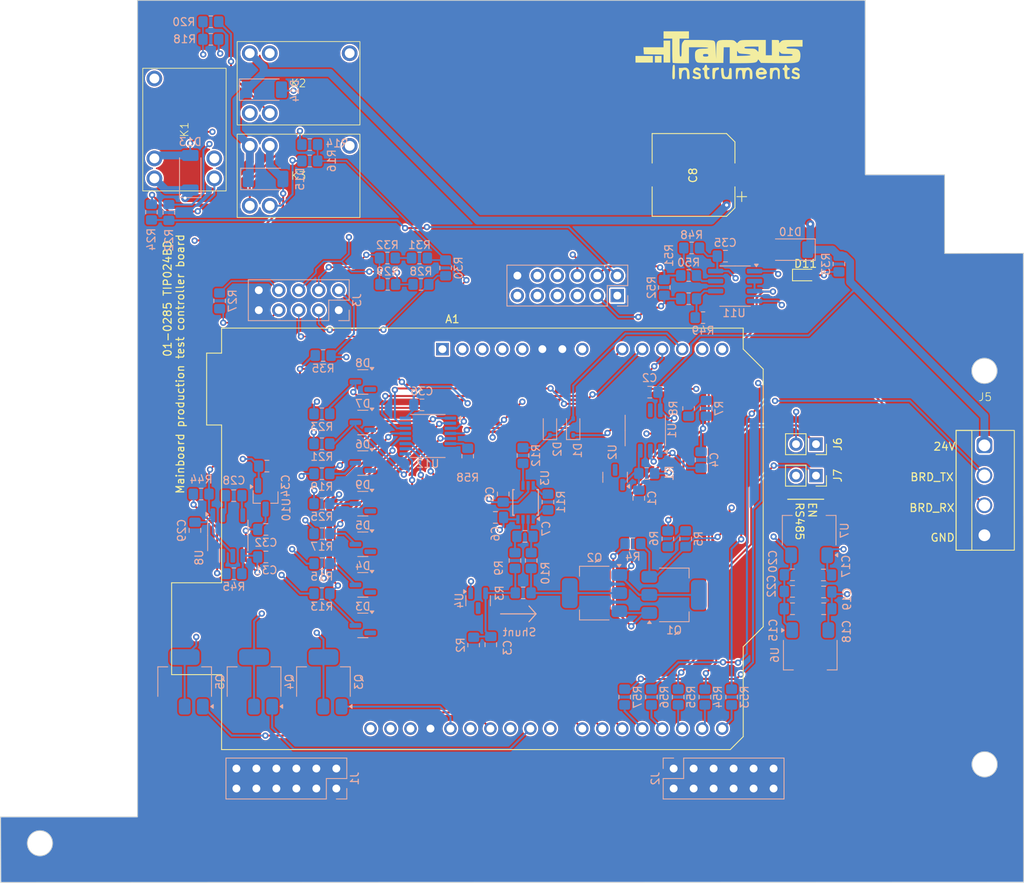
<source format=kicad_pcb>
(kicad_pcb (version 20240108) (generator "pcbnew") (generator_version "8.0")
  (layers (0 "F.Cu" signal) (1 "In1.Cu" signal) (2 "In2.Cu" signal) (31 "B.Cu" signal) (34 "B.Paste" user) (35 "F.Paste" user) (36 "B.SilkS" user "B.Silkscreen") (37 "F.SilkS" user "F.Silkscreen") (38 "B.Mask" user) (39 "F.Mask" user) (44 "Edge.Cuts" user))
  (net 0 "")
  (net 2 "BLE_VDD")
  (net 3 "GND")
  (net 4 "Net-(A1-D3)")
  (net 6 "Net-(A1-D1{slash}TX)")
  (net 7 "Net-(A1-D4)")
  (net 9 "Net-(A1-D0{slash}RX)")
  (net 11 "IOUT")
  (net 13 "+12V")
  (net 14 "S1")
  (net 17 "Dout")
  (net 19 "Net-(A1-A0)")
  (net 22 "S3")
  (net 23 "S2")
  (net 24 "Net-(A1-A2)")
  (net 25 "Net-(A1-D2)")
  (net 26 "Net-(A1-A1)")
  (net 28 "Net-(U1A-+)")
  (net 29 "+24V")
  (net 30 "Net-(U4-A)")
  (net 31 "Net-(U1A--)")
  (net 32 "Net-(Q2-B)")
  (net 33 "-3V3")
  (net 34 "Net-(U3B-IN-)")
  (net 35 "Net-(U3B-IN+)")
  (net 36 "+BATT")
  (net 37 "+5V")
  (net 38 "Net-(U8-CAP-)")
  (net 39 "Net-(U8-CAP+)")
  (net 40 "Net-(U10--IN)")
  (net 41 "VCC_MAIN")
  (net 42 "CORE_VDD")
  (net 43 "+1.8VDD")
  (net 44 "+3.0VIO")
  (net 45 "VPP_2V5")
  (net 46 "+1.8VIO")
  (net 47 "Net-(D11-A)")
  (net 48 "T+")
  (net 49 "VB+")
  (net 50 "B-")
  (net 51 "B+")
  (net 52 "VB-")
  (net 53 "T-")
  (net 54 "CORE_VDD_LPM")
  (net 55 "+1.8VDD_LPM")
  (net 56 "VPP_2V5_LPM")
  (net 57 "+3.0VIO_LPM")
  (net 58 "BLE_VDD_LPM")
  (net 59 "VCC_MAIN_LPM")
  (net 60 "+RS485")
  (net 61 "+1.8VIO_LPM")
  (net 62 "-RS485")
  (net 63 "VExt")
  (net 64 "UART_TX")
  (net 65 "UART_RX")
  (net 66 "RX")
  (net 67 "TX")
  (net 68 "Net-(Q1-B)")
  (net 69 "Net-(Q2-C-Pad2)")
  (net 70 "Net-(R5-Pad2)")
  (net 71 "Net-(R7-Pad2)")
  (net 72 "Net-(U3B-Rg-)")
  (net 73 "Net-(U3B-Rg+)")
  (net 74 "Net-(U3B-OUT)")
  (net 75 "Net-(R31-Pad2)")
  (net 76 "Net-(U8-FB)")
  (net 77 "Net-(U11-B)")
  (net 78 "Net-(U11-A)")
  (net 79 "EN_RX{slash}TX")
  (net 80 "UART_S_RX")
  (net 81 "UART_S_TX")
  (net 82 "Net-(U12-INH)")
  (net 84 "Net-(D13-A)")
  (net 85 "Net-(D14-A)")
  (net 86 "Net-(D15-A)")
  (net 87 "Net-(Q1-E)")
  (net 88 "Net-(K1-Pad2)")
  (net 89 "Net-(K1-Pad1)")
  (net 90 "Net-(K2-Pad2)")
  (net 91 "Net-(K2-Pad1)")
  (net 92 "Net-(K3-Pad2)")
  (net 93 "Net-(K3-Pad1)")
  (net 94 "EN_BAT")
  (net 95 "SHRT_T")
  (net 96 "SHRT_P")
  (footprint "Module:Arduino_UNO_R3" (layer "F.Cu") (at 103.758547 74.3458)
    (property "Reference" "A1")
    (property "Value" "Arduino_UNO_R3")
  )
  (footprint "MyFootPrints:MCHRS1KH-S" (layer "F.Cu") (at 85.470547 52.314)
    (property "Reference" "K3")
    (property "Value" "MCHRS1KH-S DC24V")
  )
  (footprint "LED_SMD:LED_0603_1608Metric_Pad1.05x0.95mm_HandSolder" (layer "F.Cu") (at 149.910347 64.9224)
    (property "Reference" "D11")
    (property "Value" "Green")
  )
  (footprint "MyFootPrints:MCHRS1KH-S" (layer "F.Cu") (at 85.470547 40.5384)
    (property "Reference" "K2")
    (property "Value" "MCHRS1KH-S DC24V")
  )
  (footprint "Connector_PinSocket_2.54mm:PinSocket_1x02_P2.54mm_Vertical" (layer "F.Cu") (at 151.236547 86.4358 -90)
    (property "Reference" "J6")
    (property "Value" "2.54mm")
  )
  (footprint "MyFootPrints:MCHRS1KH-S" (layer "F.Cu") (at 70.967147 46.4312 90)
    (property "Reference" "K1")
    (property "Value" "MCHRS1KH-S DC24V")
  )
  (footprint "Connector_PinSocket_2.54mm:PinSocket_1x02_P2.54mm_Vertical" (layer "F.Cu") (at 151.236547 90.4358 -90)
    (property "Reference" "J7")
    (property "Value" "2.54mm")
  )
  (footprint "LOGO" (layer "F.Cu") (at 138.912147 36.724732)
    (property "Reference" "" (hide yes))
    (property "Value" "" (hide yes))
  )
  (footprint "Capacitor_SMD:CP_Elec_10x10" (layer "F.Cu") (at 135.672847 52.197 180)
    (property "Reference" "C8")
    (property "Value" "220uF")
  )
  (footprint "MyFootPrints:3.81mm4PosTerm_2007987" (layer "F.Cu") (at 172.743347 92.3036 -90)
    (property "Reference" "J5")
    (property "Value" "UART")
  )
  (footprint "Capacitor_SMD:C_0805_2012Metric_Pad1.18x1.45mm_HandSolder" (layer "B.Cu") (at 130.112547 79.8228)
    (property "Reference" "C2")
    (property "Value" "0u1F")
  )
  (footprint "Resistor_SMD:R_0805_2012Metric_Pad1.20x1.40mm_HandSolder" (layer "B.Cu") (at 75.437547 68.2084 90)
    (property "Reference" "R27")
    (property "Value" "1k 0.1%")
  )
  (footprint "Resistor_SMD:R_0805_2012Metric_Pad1.20x1.40mm_HandSolder" (layer "B.Cu") (at 100.837547 62.7634 180)
    (property "Reference" "R31")
    (property "Value" "2k")
  )
  (footprint "Package_TO_SOT_SMD:SOT-23" (layer "B.Cu") (at 93.639947 88.843568 180)
    (property "Reference" "D6")
    (property "Value" "3v6")
  )
  (footprint "Capacitor_SMD:C_0805_2012Metric_Pad1.18x1.45mm_HandSolder" (layer "B.Cu") (at 110.489547 95.7486 180)
    (property "Reference" "C6")
    (property "Value" "0u1F")
  )
  (footprint "Resistor_SMD:R_0805_2012Metric_Pad1.20x1.40mm_HandSolder" (layer "B.Cu") (at 135.041947 81.8802 90)
    (property "Reference" "R8")
    (property "Value" "210k")
  )
  (footprint "Resistor_SMD:R_0805_2012Metric_Pad1.20x1.40mm_HandSolder" (layer "B.Cu") (at 88.432947 82.5754)
    (property "Reference" "R23")
    (property "Value" "1k")
  )
  (footprint "Capacitor_SMD:C_0805_2012Metric_Pad1.18x1.45mm_HandSolder" (layer "B.Cu") (at 109.905347 111.9378 -90)
    (property "Reference" "C3")
    (property "Value" "0.1uF")
  )
  (footprint "Resistor_SMD:R_0805_2012Metric_Pad1.20x1.40mm_HandSolder" (layer "B.Cu") (at 101.024747 66.1162 180)
    (property "Reference" "R28")
    (property "Value" "2k")
  )
  (footprint "Resistor_SMD:R_0805_2012Metric_Pad1.20x1.40mm_HandSolder" (layer "B.Cu") (at 140.512347 118.5926 90)
    (property "Reference" "R53")
    (property "Value" "0R")
  )
  (footprint "Resistor_SMD:R_0805_2012Metric_Pad1.20x1.40mm_HandSolder" (layer "B.Cu") (at 106.966647 87.9654 -90)
    (property "Reference" "R58")
    (property "Value" "0R")
  )
  (footprint "Package_TO_SOT_SMD:SOT-23" (layer "B.Cu") (at 93.639947 104.324867 180)
    (property "Reference" "D4")
    (property "Value" "3v6")
  )
  (footprint "Package_TO_SOT_SMD:SOT-223-3_TabPin2" (layer "B.Cu") (at 150.367547 97.409 90)
    (property "Reference" "U7")
    (property "Value" "LM2940IMP-12/NOPB")
  )
  (footprint "Resistor_SMD:R_0805_2012Metric_Pad1.20x1.40mm_HandSolder" (layer "B.Cu") (at 126.923347 118.5926 90)
    (property "Reference" "R57")
    (property "Value" "0R")
  )
  (footprint "Package_TO_SOT_SMD:SOT-23" (layer "B.Cu") (at 93.639947 109.4853 180)
    (property "Reference" "D3")
    (property "Value" "DNM")
  )
  (footprint "Resistor_SMD:R_0805_2012Metric_Pad1.20x1.40mm_HandSolder" (layer "B.Cu") (at 130.320597 118.5926 90)
    (property "Reference" "R56")
    (property "Value" "0R")
  )
  (footprint "Diode_SMD:D_SOD-323" (layer "B.Cu") (at 120.373747 84.2424 90)
    (property "Reference" "D1")
    (property "Value" "D_Schottky")
  )
  (footprint "Resistor_SMD:R_0805_2012Metric_Pad1.20x1.40mm_HandSolder" (layer "B.Cu") (at 107.720947 111.9886 -90)
    (property "Reference" "R2")
    (property "Value" "100k")
  )
  (footprint "Resistor_SMD:R_0805_2012Metric_Pad1.20x1.40mm_HandSolder" (layer "B.Cu") (at 86.892947 50.419 180)
    (property "Reference" "R16")
    (property "Value" "DNM")
  )
  (footprint "Resistor_SMD:R_0805_2012Metric_Pad1.20x1.40mm_HandSolder" (layer "B.Cu") (at 135.051347 64.9874 180)
    (property "Reference" "R50")
    (property "Value" "10R")
  )
  (footprint "Resistor_SMD:R_0805_2012Metric_Pad1.20x1.40mm_HandSolder" (layer "B.Cu") (at 88.432947 86.3854)
    (property "Reference" "R21")
    (property "Value" "1k")
  )
  (footprint "Capacitor_SMD:C_0805_2012Metric_Pad1.18x1.45mm_HandSolder" (layer "B.Cu") (at 148.246047 105.156)
    (property "Reference" "C22")
    (property "Value" "10uF")
  )
  (footprint "Capacitor_SMD:C_0805_2012Metric_Pad1.18x1.45mm_HandSolder" (layer "B.Cu") (at 81.445847 89.2242)
    (property "Reference" "C34")
    (property "Value" "10uF")
  )
  (footprint "Resistor_SMD:R_0805_2012Metric_Pad1.20x1.40mm_HandSolder" (layer "B.Cu") (at 73.089247 92.7802)
    (property "Reference" "R44")
    (property "Value" "100k")
  )
  (footprint "Resistor_SMD:R_0805_2012Metric_Pad1.20x1.40mm_HandSolder" (layer "B.Cu") (at 66.772547 56.9214 90)
    (property "Reference" "R24")
    (property "Value" "0R")
  )
  (footprint "Resistor_SMD:R_0805_2012Metric_Pad1.20x1.40mm_HandSolder" (layer "B.Cu") (at 134.670347 98.4664 90)
    (property "Reference" "R5")
    (property "Value" "5Meg6")
  )
  (footprint "Package_SO:TSSOP-16_4.4x5mm_P0.65mm" (layer "B.Cu") (at 101.904347 85.3948 180)
    (property "Reference" "U12")
    (property "Value" "CD4053B")
  )
  (footprint "Resistor_SMD:R_0805_2012Metric_Pad1.20x1.40mm_HandSolder" (layer "B.Cu") (at 115.036147 101.235 90)
    (property "Reference" "R10")
    (property "Value" "160k")
  )
  (footprint "Resistor_SMD:R_0805_2012Metric_Pad1.20x1.40mm_HandSolder" (layer "B.Cu") (at 112.978747 101.235 90)
    (property "Reference" "R9")
    (property "Value" "160k")
  )
  (footprint "Package_TO_SOT_SMD:SOT-223-3_TabPin2" (layer "B.Cu") (at 123.087947 105.3752 180)
    (property "Reference" "Q2")
    (property "Value" "BCP54TA")
  )
  (footprint "Capacitor_SMD:C_0805_2012Metric_Pad1.18x1.45mm_HandSolder" (layer "B.Cu") (at 111.480147 92.7768 -90)
    (property "Reference" "C5")
    (property "Value" "0u1F")
  )
  (footprint "Diode_SMD:D_SOD-128" (layer "B.Cu") (at 147.979947 61.6966 180)
    (property "Reference" "D10")
    (property "Value" "fast")
  )
  (footprint "Resistor_SMD:R_0805_2012Metric_Pad1.20x1.40mm_HandSolder" (layer "B.Cu") (at 68.985947 56.9722 90)
    (property "Reference" "R22")
    (property "Value" "DNM")
  )
  (footprint "Resistor_SMD:R_0805_2012Metric_Pad1.20x1.40mm_HandSolder" (layer "B.Cu") (at 88.432947 94.0054)
    (property "Reference" "R25")
    (property "Value" "1k")
  )
  (footprint "Resistor_SMD:R_0805_2012Metric_Pad1.20x1.40mm_HandSolder" (layer "B.Cu") (at 113.994747 87.8746 90)
    (property "Reference" "R12")
    (property "Value" "100R")
  )
  (footprint "Resistor_SMD:R_0805_2012Metric_Pad1.20x1.40mm_HandSolder" (layer "B.Cu") (at 135.051347 67.9374 180)
    (property "Reference" "R51")
    (property "Value" "10R")
  )
  (footprint "Resistor_SMD:R_0805_2012Metric_Pad1.20x1.40mm_HandSolder" (layer "B.Cu") (at 135.432347 61.4822 180)
    (property "Reference" "R48")
    (property "Value" "4k7")
  )
  (footprint "Resistor_SMD:R_0805_2012Metric_Pad1.20x1.40mm_HandSolder" (layer "B.Cu") (at 88.432947 97.8154)
    (property "Reference" "R17")
    (property "Value" "1k")
  )
  (footprint "Capacitor_SMD:C_0805_2012Metric_Pad1.18x1.45mm_HandSolder" (layer "B.Cu") (at 139.724947 62.5236)
    (property "Reference" "C35")
    (property "Value" "0.1uF")
  )
  (footprint "Resistor_SMD:R_0805_2012Metric_Pad1.20x1.40mm_HandSolder" (layer "B.Cu") (at 74.319947 32.7152)
    (property "Reference" "R20")
    (property "Value" "DNM")
  )
  (footprint "Resistor_SMD:R_0805_2012Metric_Pad1.20x1.40mm_HandSolder" (layer "B.Cu") (at 137.277147 81.8802 90)
    (property "Reference" "R7")
    (property "Value" "1Meg")
  )
  (footprint "Capacitor_SMD:C_0805_2012Metric_Pad1.18x1.45mm_HandSolder" (layer "B.Cu") (at 101.150047 81.4376)
    (property "Reference" "C36")
    (property "Value" "0.1uF")
  )
  (footprint "Resistor_SMD:R_0805_2012Metric_Pad1.20x1.40mm_HandSolder" (layer "B.Cu") (at 88.594747 75.1586)
    (property "Reference" "R35")
    (property "Value" "10k")
  )
  (footprint "Capacitor_SMD:C_0805_2012Metric_Pad1.18x1.45mm_HandSolder" (layer "B.Cu") (at 128.715547 93.3102 90)
    (property "Reference" "C1")
    (property "Value" "0u1F")
  )
  (footprint "Capacitor_SMD:C_0805_2012Metric_Pad1.18x1.45mm_HandSolder" (layer "B.Cu") (at 114.248747 98.1616)
    (property "Reference" "C7")
    (property "Value" "10uF")
  )
  (footprint "Capacitor_SMD:C_0805_2012Metric_Pad1.18x1.45mm_HandSolder" (layer "B.Cu") (at 148.246047 107.3658)
    (property "Reference" "C15")
    (property "Value" "0.1uF")
  )
  (footprint "Package_TO_SOT_SMD:SOT-223-3_TabPin2" (layer "B.Cu") (at 88.633447 116.6622 90)
    (property "Reference" "Q3")
    (property "Value" "DMN6068SE-13")
  )
  (footprint "Package_TO_SOT_SMD:SOT-223-3_TabPin2" (layer "B.Cu") (at 70.993747 116.6622 90)
    (property "Reference" "Q5")
    (property "Value" "DMN6068SE-13")
  )
  (footprint "Package_TO_SOT_SMD:SOT-23" (layer "B.Cu") (at 93.639947 83.683135 180)
    (property "Reference" "D7")
    (property "Value" "3v6")
  )
  (footprint "Resistor_SMD:R_0805_2012Metric_Pad1.20x1.40mm_HandSolder" (layer "B.Cu") (at 74.319947 34.9504)
    (property "Reference" "R18")
    (property "Value" "0R")
  )
  (footprint "Package_TO_SOT_SMD:SOT-23" (layer "B.Cu") (at 93.639947 78.5227 180)
    (property "Reference" "D8")
    (property "Value" "3v6")
  )
  (footprint "Capacitor_SMD:C_0805_2012Metric_Pad1.18x1.45mm_HandSolder" (layer "B.Cu") (at 152.217847 107.3658 180)
    (property "Reference" "C18")
    (property "Value" "10uF")
  )
  (footprint "Connector_PinHeader_2.54mm:PinHeader_2x06_P2.54mm_Vertical" (layer "B.Cu") (at 133.146347 127.6858 -90)
    (property "Reference" "J2")
    (property "Value" "TD")
  )
  (footprint "Capacitor_SMD:C_0805_2012Metric_Pad1.18x1.45mm_HandSolder" (layer "B.Cu") (at 136.626147 88.4334 90)
    (property "Reference" "C4")
    (property "Value" "1nF")
  )
  (footprint "Package_SO:SO-8_3.9x4.9mm_P1.27mm" (layer "B.Cu") (at 76.478947 98.044 -90)
    (property "Reference" "U8")
    (property "Value" "MAX889TESA+")
  )
  (footprint "Diode_SMD:D_SOD-128" (layer "B.Cu") (at 71.703747 51.9176 90)
    (property "Reference" "D13")
    (property "Value" "fast")
  )
  (footprint "Resistor_SMD:R_0805_2012Metric_Pad1.20x1.40mm_HandSolder" (layer "B.Cu") (at 88.432947 90.1954)
    (property "Reference" "R19")
    (property "Value" "1k")
  )
  (footprint "Connector_PinHeader_2.54mm:PinHeader_2x05_P2.54mm_Vertical" (layer "B.Cu") (at 90.575947 69.3928 90)
    (property "Reference" "J3")
    (property "Value" "PT")
  )
  (footprint "Resistor_SMD:R_0805_2012Metric_Pad1.20x1.40mm_HandSolder" (layer "B.Cu") (at 154.152147 63.5254 -90)
    (property "Reference" "R33")
    (property "Value" "5k1")
  )
  (footprint "Resistor_SMD:R_0805_2012Metric_Pad1.20x1.40mm_HandSolder" (layer "B.Cu") (at 132.409747 98.4664 90)
    (property "Reference" "R6")
    (property "Value" "160k")
  )
  (footprint "Resistor_SMD:R_0805_2012Metric_Pad1.20x1.40mm_HandSolder" (layer "B.Cu") (at 96.757547 62.7634 180)
    (property "Reference" "R32")
    (property "Value" "604R")
  )
  (footprint "Connector_PinHeader_2.54mm:PinHeader_2x06_P2.54mm_Vertical" (layer "B.Cu") (at 125.983547 67.5386 90)
    (property "Reference" "J4" (hide yes))
    (property "Value" "V+RS485")
  )
  (footprint "Package_SO:TSSOP-8_3x3mm_P0.65mm" (layer "B.Cu") (at 114.324947 93.8436 90)
    (property "Reference" "U3")
    (property "Value" "LT6370IMS8#PBF")
  )
  (footprint "Capacitor_SMD:C_0805_2012Metric_Pad1.18x1.45mm_HandSolder" (layer "B.Cu") (at 72.301847 97.403 -90)
    (property "Reference" "C29")
    (property "Value" "10uF")
  )
  (footprint "Package_TO_SOT_SMD:SOT-223-3_TabPin2" (layer "B.Cu") (at 150.506647 113.2332 -90)
    (property "Reference" "U6")
    (property "Value" "LM2937IMP-5.0/NOPB")
  )
  (footprint "Diode_SMD:D_SOD-128" (layer "B.Cu") (at 81.101747 41.3512)
    (property "Reference" "D14")
    (property "Value" "fast")
  )
  (footprint "Package_SO:SOIC-8_3.9x4.9mm_P1.27mm" (layer "B.Cu") (at 140.955347 66.3336 180)
    (property "Reference" "U11")
    (property "Value" "MAX485ECSA+")
  )
  (footprint "Package_TO_SOT_SMD:SOT-23" (layer "B.Cu") (at 125.703147 90.6455 90)
    (property "Reference" "U2")
    (property "Value" "LM4040DBZ-2.5")
  )
  (footprint "Package_TO_SOT_SMD:SOT-23" (layer "B.Cu") (at 93.639947 94.004001 180)
    (property "Reference" "D9")
    (property "Value" "3v6")
  )
  (footprint "Resistor_SMD:R_0805_2012Metric_Pad1.20x1.40mm_HandSolder" (layer "B.Cu") (at 133.717847 118.5926 90)
    (property "Reference" "R55")
    (property "Value" "0R")
  )
  (footprint "Resistor_SMD:R_0805_2012Metric_Pad1.20x1.40mm_HandSolder" (layer "B.Cu") (at 137.115097 118.5926 90)
    (property "Reference" "R54")
    (property "Value" "0R")
  )
  (footprint "Resistor_SMD:R_0805_2012Metric_Pad1.20x1.40mm_HandSolder" (layer "B.Cu") (at 131.952547 66.5114 90)
    (property "Reference" "R52")
    (property "Value" "120R")
  )
  (footprint "Capacitor_SMD:C_0805_2012Metric_Pad1.18x1.45mm_HandSolder" (layer "B.Cu") (at 152.208447 105.2322 180)
    (property "Reference" "C19")
    (property "Value" "10uF")
  )
  (footprint "Resistor_SMD:R_0805_2012Metric_Pad1.20x1.40mm_HandSolder" (layer "B.Cu") (at 96.808347 66.1162 180)
    (property "Reference" "R29")
    (property "Value" "2k")
  )
  (footprint "Package_TO_SOT_SMD:SOT-23" (layer "B.Cu") (at 108.291047 106.3404 -90)
    (property "Reference" "U4")
    (property "Value" "LM4040DBZ-2.5")
  )
  (footprint "Resistor_SMD:R_0805_2012Metric_Pad1.20x1.40mm_HandSolder" (layer "B.Cu") (at 127.964747 99.1014)
    (property "Reference" "R4")
    (property "Value" "10R")
  )
  (footprint "Capacitor_SMD:C_0805_2012Metric_Pad1.18x1.45mm_HandSolder" (layer "B.Cu") (at 77.229447 92.9834)
    (property "Reference" "C28")
    (property "Value" "1uF")
  )
  (footprint "Package_TO_SOT_SMD:SOT-23_Handsoldering" (layer "B.Cu") (at 81.278947 93.1866 -90)
    (property "Reference" "U10")
    (property "Value" "XC6902N331MR-G")
  )
  (footprint "Connector_PinHeader_2.54mm:PinHeader_2x06_P2.54mm_Vertical" (layer "B.Cu") (at 90.271147 130.2258 90)
    (property "Reference" "J1")
    (property "Value" "TU")
  )
  (footprint "Resistor_SMD:R_0805_2012Metric_Pad1.20x1.40mm_HandSolder" (layer "B.Cu") (at 86.892947 48.3362 180)
    (property "Reference" "R14")
    (property "Value" "0R")
  )
  (footprint "Resistor_SMD:R_0805_2012Metric_Pad1.20x1.40mm_HandSolder" (layer "B.Cu") (at 136.880147 70.3468)
    (property "Reference" "R49")
    (property "Value" "4k7")
  )
  (footprint "Capacitor_SMD:C_0805_2012Metric_Pad1.18x1.45mm_HandSolder" (layer "B.Cu") (at 81.318847 100.7812)
    (property "Reference" "C31")
    (property "Value" "10uF")
  )
  (footprint "Package_TO_SOT_SMD:SOT-23" (layer "B.Cu") (at 93.639947 99.164434 180)
    (property "Reference" "D5")
    (property "Value" "3v6")
  )
  (footprint "Package_TO_SOT_SMD:SOT-223-3_TabPin2" (layer "B.Cu") (at 133.197147 105.6038)
    (property "Reference" "Q1")
    (property "Value" "BCP54TA")
  )
  (footprint "Package_TO_SOT_SMD:SOT-223-3_TabPin2" (layer "B.Cu") (at 79.813597 116.6622 90)
    (property "Reference" "Q4")
    (property "Value" "DMN6068SE-13")
  )
  (footprint "Resistor_SMD:R_0805_2012Metric_Pad1.20x1.40mm_HandSolder" (layer "B.Cu") (at 77.254847 102.9148)
    (property "Reference" "R45")
    (property "Value" "91k")
  )
  (footprint "Capacitor_SMD:C_0805_2012Metric_Pad1.18x1.45mm_HandSolder" (layer "B.Cu") (at 152.183047 103.0732 180)
    (property "Reference" "C17")
    (property "Value" "1uF")
  )
  (footprint "Resistor_SMD:R_0805_2012Metric_Pad1.20x1.40mm_HandSolder" (layer "B.Cu") (at 88.432947 105.4354)
    (property "Reference" "R13")
    (property "Value" "1k")
  )
  (footprint "Diode_SMD:D_SOD-128" (layer "B.Cu") (at 81.279547 52.705)
    (property "Reference" "D15")
    (property "Value" "fast")
  )
  (footprint "Resistor_SMD:R_0805_2012Metric_Pad1.20x1.40mm_HandSolder" (layer "B.Cu") (at 88.432947 101.6254)
    (property "Reference" "R15")
    (property "Value" "1k")
  )
  (footprint "Resistor_SMD:R_0805_2012Metric_Pad1.20x1.40mm_HandSolder" (layer "B.Cu") (at 104.158547 64.024 90)
    (property "Reference" "R30")
    (property "Value" "2k")
  )
  (footprint "Capacitor_SMD:C_0805_2012Metric_Pad1.18x1.45mm_HandSolder" (layer "B.Cu") (at 81.318847 97.276)
    (property "Reference" "C32")
    (property "Value" "10uF")
  )
  (footprint "Resistor_SMD:R_0805_2012Metric_Pad1.20x1.40mm_HandSolder" (layer "B.Cu") (at 117.169747 93.7928 90)
    (property "Reference" "R11")
    (property "Value" "120R")
  )
  (footprint "Resistor_SMD:R_0805_2012Metric_Pad1.20x1.40mm_HandSolder" (layer "B.Cu") (at 114.020147 105.3498)
    (property "Reference" "R3")
    (property "Value" "10R 0.1%")
  )
  (footprint "Resistor_SMD:R_0805_2012Metric_Pad1.20x1.40mm_HandSolder" (layer "B.Cu") (at 129.715547 90.1606 180)
    (property "Reference" "R1")
    (property "Value" "10k")
  )
  (footprint "Diode_SMD:D_SOD-323" (layer "B.Cu") (at 117.423747 84.2424 90)
    (property "Reference" "D2")
    (property "Value" "D_Schottky")
  )
  (footprint "Package_SO:SO-8_3.9x4.9mm_P1.27mm" (layer "B.Cu") (at 129.539547 84.6996 90)
    (property "Reference" "U1")
    (property "Value" "MC33172")
  )
  (footprint "Capacitor_SMD:C_0805_2012Metric_Pad1.18x1.45mm_HandSolder" (layer "B.Cu") (at 148.246047 103.0478)
    (property "Reference" "C20")
    (property "Value" "10uF")
  )
  (gr_line (start 115.649547 108.0168) (end 114.760147 109.0168) (stroke (width 0.15)) (layer "B.SilkS"))
  (gr_line (start 115.649547 108.0168) (end 114.760147 107.0168) (stroke (width 0.15)) (layer "B.SilkS"))
  (gr_line (start 111.149547 108.0168) (end 115.649547 108.0168) (stroke (width 0.15)) (layer "B.SilkS"))
  (gr_line (start 152.211147 93.4371) (end 147.645747 93.4371) (stroke (width 0.15)) (layer "F.SilkS"))
  (gr_line (start 157.504947 52.1716) (end 157.5 30) (stroke (width 0.1)) (layer "Edge.Cuts"))
  (gr_line (start 47.599147 133.8326) (end 47.624547 142.1638) (stroke (width 0.1)) (layer "Edge.Cuts"))
  (gr_line (start 65 30) (end 65 133.8326) (stroke (width 0.1)) (layer "Edge.Cuts"))
  (gr_circle (center 172.643547 77.1144) (end 174.243547 77.1144) (stroke (width 0.1)) (fill none) (layer "Edge.Cuts"))
  (gr_line (start 65 133.8326) (end 47.599147 133.8326) (stroke (width 0.1)) (layer "Edge.Cuts"))
  (gr_circle (center 172.668747 127.1526) (end 174.268747 127.1526) (stroke (width 0.1)) (fill none) (layer "Edge.Cuts"))
  (gr_line (start 157.5 30) (end 65 30) (stroke (width 0.1)) (layer "Edge.Cuts"))
  (gr_line (start 177.621747 142.1384) (end 177.596347 62.1538) (stroke (width 0.1)) (layer "Edge.Cuts"))
  (gr_line (start 167.588747 52.1716) (end 157.504947 52.1716) (stroke (width 0.1)) (layer "Edge.Cuts"))
  (gr_line (start 177.596347 62.1538) (end 167.588747 62.1792) (stroke (width 0.1)) (layer "Edge.Cuts"))
  (gr_line (start 167.588747 62.1792) (end 167.588747 52.1716) (stroke (width 0.1)) (layer "Edge.Cuts"))
  (gr_line (start 47.624547 142.1638) (end 177.621747 142.1384) (stroke (width 0.1)) (layer "Edge.Cuts"))
  (gr_circle (center 52.602947 137.1856) (end 54.202947 137.1856) (stroke (width 0.1)) (fill none) (layer "Edge.Cuts"))
  (gr_text "Shunt\n" (at 115.772747 110.9378 0) (layer "B.SilkS") (effects (font (size 1 1)) (justify left bottom mirror)))
  (gr_text "01-0285 TIP024BD \nMainboard production test controller board" (at 69.620947 59.6392 90) (layer "F.SilkS") (effects (font (size 1 1)) (justify right)))
  (gr_text "BRD_RX" (at 163.016747 95.123 0) (layer "F.SilkS") (effects (font (size 1 1)) (justify left bottom)))
  (gr_text "EN\nRS485\n" (at 148.569547 93.7391 -90) (layer "F.SilkS") (effects (font (size 1 1)) (justify left bottom)))
  (gr_text "BRD_TX" (at 163.143747 91.2114 0) (layer "F.SilkS") (effects (font (size 1 1)) (justify left bottom)))
  (gr_text "24V" (at 166.090147 87.3252 0) (layer "F.SilkS") (effects (font (size 1 1)) (justify left bottom)))
  (gr_text "GND" (at 165.709147 98.9076 0) (layer "F.SilkS") (effects (font (size 1 1)) (justify left bottom)))
  (segment (start 113.678347 81.28) (end 113.639147 81.28) (width 0.25) (layer "F.Cu") (net 2))
  (segment (start 113.918547 81.0398) (end 113.678347 81.28) (width 0.25) (layer "F.Cu") (net 2))
  (segment (start 113.639147 81.28) (end 111.581747 83.3374) (width 0.25) (layer "F.Cu") (net 2))
  (via (at 113.918547 81.0398) (size 0.8) (drill 0.4) (layers "F.Cu" "B.Cu") (net 2))
  (via (at 111.581747 83.3374) (size 0.8) (drill 0.4) (layers "F.Cu" "B.Cu") (net 2))
  (via (at 90.6187 92.828953) (size 0.8) (drill 0.4) (layers "F.Cu" "B.Cu") (net 2))
  (via (at 110.133947 85.5726) (size 0.8) (drill 0.4) (layers "F.Cu" "B.Cu") (net 2))
  (segment (start 90.609394 92.828953) (end 89.432947 94.0054) (width 0.25) (layer "B.Cu") (net 2))
  (segment (start 92.701048 94.0054) (end 92.702447 94.004001) (width 0.25) (layer "B.Cu") (net 2))
  (segment (start 89.432947 94.0054) (end 92.701048 94.0054) (width 0.25) (layer "B.Cu") (net 2))
  (segment (start 90.6187 92.828953) (end 90.609394 92.828953) (width 0.25) (layer "B.Cu") (net 2))
  (segment (start 111.581747 83.3374) (end 110.133947 84.7852) (width 0.25) (layer "B.Cu") (net 2))
  (segment (start 110.133947 84.7852) (end 110.133947 85.5726) (width 0.25) (layer "B.Cu") (net 2))
  (segment (start 151.180347 107.3658) (end 151.180347 109.4095) (width 0.25) (layer "B.Cu") (net 3))
  (segment (start 149.283547 107.3658) (end 149.283547 108.8601) (width 0.25) (layer "B.Cu") (net 3))
  (segment (start 151.180347 109.4095) (end 150.506647 110.0832) (width 0.25) (layer "B.Cu") (net 3))
  (segment (start 149.283547 108.8601) (end 150.506647 110.0832) (width 0.25) (layer "B.Cu") (net 3))
  (segment (start 130.320597 121.22785) (end 131.698547 122.6058) (width 0.25) (layer "B.Cu") (net 4))
  (segment (start 130.320597 119.5926) (end 130.320597 121.22785) (width 0.25) (layer "B.Cu") (net 4))
  (segment (start 137.115097 119.5926) (end 137.115097 122.26925) (width 0.25) (layer "B.Cu") (net 6))
  (segment (start 137.115097 122.26925) (end 136.778547 122.6058) (width 0.25) (layer "B.Cu") (net 6))
  (segment (start 126.923347 120.3706) (end 129.158547 122.6058) (width 0.25) (layer "B.Cu") (net 7))
  (segment (start 126.923347 119.5926) (end 126.923347 120.3706) (width 0.25) (layer "B.Cu") (net 7))
  (segment (start 140.512347 121.412) (end 139.318547 122.6058) (width 0.25) (layer "B.Cu") (net 9))
  (segment (start 140.512347 119.5926) (end 140.512347 121.412) (width 0.25) (layer "B.Cu") (net 9))
  (segment (start 115.841547 86.8746) (end 117.423747 85.2924) (width 0.25) (layer "B.Cu") (net 11))
  (segment (start 120.373747 78.999609) (end 120.373747 83.1924) (width 0.25) (layer "B.Cu") (net 11))
  (segment (start 113.994747 86.8746) (end 115.841547 86.8746) (width 0.25) (layer "B.Cu") (net 11))
  (segment (start 132.257347 72.3646) (end 127.008756 72.3646) (width 0.25) (layer "B.Cu") (net 11))
  (segment (start 134.238547 74.3458) (end 132.257347 72.3646) (width 0.25) (layer "B.Cu") (net 11))
  (segment (start 127.008756 72.3646) (end 120.373747 78.999609) (width 0.25) (layer "B.Cu") (net 11))
  (segment (start 117.423747 85.2924) (end 118.273747 85.2924) (width 0.25) (layer "B.Cu") (net 11))
  (segment (start 118.273747 85.2924) (end 120.373747 83.1924) (width 0.25) (layer "B.Cu") (net 11))
  (via (at 145.846347 98.1964) (size 0.8) (drill 0.4) (layers "F.Cu" "B.Cu") (net 13))
  (segment (start 147.208547 103.0478) (end 147.208547 105.156) (width 0.25) (layer "B.Cu") (net 13))
  (segment (start 147.208547 109.0851) (end 148.206647 110.0832) (width 0.25) (layer "B.Cu") (net 13))
  (segment (start 148.067547 102.1888) (end 147.208547 103.0478) (width 0.25) (layer "B.Cu") (net 13))
  (segment (start 148.067547 100.4176) (end 145.846347 98.1964) (width 0.25) (layer "B.Cu") (net 13))
  (segment (start 147.208547 107.3658) (end 147.208547 109.0851) (width 0.25) (layer "B.Cu") (net 13))
  (segment (start 148.067547 100.559) (end 148.067547 102.1888) (width 0.25) (layer "B.Cu") (net 13))
  (segment (start 147.208547 105.156) (end 147.208547 107.3658) (width 0.25) (layer "B.Cu") (net 13))
  (segment (start 148.067547 100.559) (end 148.067547 100.4176) (width 0.25) (layer "B.Cu") (net 13))
  (segment (start 102.615547 90.2462) (end 102.615547 112.141) (width 0.25) (layer "F.Cu") (net 14))
  (segment (start 121.081347 117.0686) (end 126.618547 122.6058) (width 0.25) (layer "F.Cu") (net 14))
  (segment (start 102.615547 112.141) (end 107.543147 117.0686) (width 0.25) (layer "F.Cu") (net 14))
  (segment (start 102.259947 89.8906) (end 102.615547 90.2462) (width 0.25) (layer "F.Cu") (net 14))
  (segment (start 107.543147 117.0686) (end 121.081347 117.0686) (width 0.25) (layer "F.Cu") (net 14))
  (via (at 102.259947 89.8906) (size 0.8) (drill 0.4) (layers "F.Cu" "B.Cu") (net 14))
  (segment (start 102.259947 88.850401) (end 102.259947 89.8906) (width 0.25) (layer "B.Cu") (net 14))
  (segment (start 99.041847 86.3698) (end 99.779346 86.3698) (width 0.25) (layer "B.Cu") (net 14))
  (segment (start 99.779346 86.3698) (end 102.259947 88.850401) (width 0.25) (layer "B.Cu") (net 14))
  (via (at 91.541147 75.3618) (size 0.8) (drill 0.4) (layers "F.Cu" "B.Cu") (net 17))
  (segment (start 92.506347 72.39) (end 89.890147 75.0062) (width 0.25) (layer "B.Cu") (net 17))
  (segment (start 89.890147 75.0062) (end 89.829947 75.0062) (width 0.25) (layer "B.Cu") (net 17))
  (segment (start 90.575947 66.8528) (end 92.506347 68.7832) (width 0.25) (layer "B.Cu") (net 17))
  (segment (start 92.506347 68.7832) (end 92.506347 72.39) (width 0.25) (layer "B.Cu") (net 17))
  (segment (start 89.797947 75.3618) (end 89.594747 75.1586) (width 0.25) (layer "B.Cu") (net 17))
  (segment (start 91.541147 75.3618) (end 89.797947 75.3618) (width 0.25) (layer "B.Cu") (net 17))
  (segment (start 120.649547 80.3148) (end 126.618547 74.3458) (width 0.25) (layer "F.Cu") (net 19))
  (segment (start 96.494147 80.3148) (end 120.649547 80.3148) (width 0.25) (layer "F.Cu") (net 19))
  (via (at 96.494147 80.3148) (size 0.8) (drill 0.4) (layers "F.Cu" "B.Cu") (net 19))
  (segment (start 96.087747 81.3308) (end 96.189347 81.2292) (width 0.25) (layer "B.Cu") (net 19))
  (segment (start 99.041847 84.4198) (end 97.982947 84.4198) (width 0.25) (layer "B.Cu") (net 19))
  (segment (start 96.087747 82.5246) (end 96.087747 81.3308) (width 0.25) (layer "B.Cu") (net 19))
  (segment (start 96.189347 81.2292) (end 96.494147 80.9244) (width 0.25) (layer "B.Cu") (net 19))
  (segment (start 97.982947 84.4198) (end 96.087747 82.5246) (width 0.25) (layer "B.Cu") (net 19))
  (segment (start 96.494147 80.9244) (end 96.494147 80.3148) (width 0.25) (layer "B.Cu") (net 19))
  (segment (start 99.897747 114.6048) (end 105.028547 119.7356) (width 0.25) (layer "F.Cu") (net 22))
  (segment (start 118.668347 119.7356) (end 121.538547 122.6058) (width 0.25) (layer "F.Cu") (net 22))
  (segment (start 105.028547 119.7356) (end 118.668347 119.7356) (width 0.25) (layer "F.Cu") (net 22))
  (segment (start 99.897747 91.0082) (end 99.897747 114.6048) (width 0.25) (layer "F.Cu") (net 22))
  (via (at 99.897747 91.0082) (size 0.8) (drill 0.4) (layers "F.Cu" "B.Cu") (net 22))
  (segment (start 99.041847 87.6698) (end 99.897747 88.5257) (width 0.25) (layer "B.Cu") (net 22))
  (segment (start 99.897747 88.5257) (end 99.897747 91.0082) (width 0.25) (layer "B.Cu") (net 22))
  (segment (start 101.218547 90.551) (end 101.015347 90.3478) (width 0.25) (layer "F.Cu") (net 23))
  (segment (start 106.908147 118.7704) (end 101.218547 113.0808) (width 0.25) (layer "F.Cu") (net 23))
  (segment (start 120.243147 118.7704) (end 106.908147 118.7704) (width 0.25) (layer "F.Cu") (net 23))
  (segment (start 101.218547 113.0808) (end 101.218547 90.551) (width 0.25) (layer "F.Cu") (net 23))
  (segment (start 124.078547 122.6058) (end 120.243147 118.7704) (width 0.25) (layer "F.Cu") (net 23))
  (via (at 101.015347 90.3478) (size 0.8) (drill 0.4) (layers "F.Cu" "B.Cu") (net 23))
  (segment (start 100.939147 88.179601) (end 99.779346 87.0198) (width 0.25) (layer "B.Cu") (net 23))
  (segment (start 101.015347 90.3478) (end 100.939147 90.2716) (width 0.25) (layer "B.Cu") (net 23))
  (segment (start 100.939147 90.2716) (end 100.939147 88.179601) (width 0.25) (layer "B.Cu") (net 23))
  (segment (start 99.779346 87.0198) (end 99.041847 87.0198) (width 0.25) (layer "B.Cu") (net 23))
  (segment (start 107.111347 84.3788) (end 122.833947 84.3788) (width 0.25) (layer "F.Cu") (net 24))
  (segment (start 122.833947 84.3788) (end 130.682547 76.5302) (width 0.25) (layer "F.Cu") (net 24))
  (segment (start 106.857347 84.6328) (end 107.111347 84.3788) (width 0.25) (layer "F.Cu") (net 24))
  (via (at 106.857347 84.6328) (size 0.8) (drill 0.4) (layers "F.Cu" "B.Cu") (net 24))
  (via (at 130.682547 76.5302) (size 0.8) (drill 0.4) (layers "F.Cu" "B.Cu") (net 24))
  (segment (start 131.698547 75.5142) (end 131.698547 74.3458) (width 0.25) (layer "B.Cu") (net 24))
  (segment (start 130.682547 76.5302) (end 131.698547 75.5142) (width 0.25) (layer "B.Cu") (net 24))
  (segment (start 106.420347 85.0698) (end 106.857347 84.6328) (width 0.25) (layer "B.Cu") (net 24))
  (segment (start 104.766847 85.0698) (end 106.420347 85.0698) (width 0.25) (layer "B.Cu") (net 24))
  (segment (start 133.717847 122.0851) (end 134.238547 122.6058) (width 0.25) (layer "B.Cu") (net 25))
  (segment (start 133.717847 119.5926) (end 133.717847 122.0851) (width 0.25) (layer "B.Cu") (net 25))
  (segment (start 97.891147 79.3496) (end 97.713347 79.5274) (width 0.25) (layer "F.Cu") (net 26))
  (segment (start 117.499947 79.3496) (end 97.891147 79.3496) (width 0.25) (layer "F.Cu") (net 26))
  (segment (start 122.833947 80.1116) (end 121.640147 81.3054) (width 0.25) (layer "F.Cu") (net 26))
  (segment (start 121.640147 81.3054) (end 119.201747 81.3054) (width 0.25) (layer "F.Cu") (net 26))
  (via (at 119.201747 81.3054) (size 0.8) (drill 0.4) (layers "F.Cu" "B.Cu") (net 26))
  (via (at 122.833947 80.1116) (size 0.8) (drill 0.4) (layers "F.Cu" "B.Cu") (net 26))
  (via (at 117.499947 79.3496) (size 0.8) (drill 0.4) (layers "F.Cu" "B.Cu") (net 26))
  (via (at 97.713347 79.5274) (size 0.8) (drill 0.4) (layers "F.Cu" "B.Cu") (net 26))
  (segment (start 98.304348 83.7698) (end 99.041847 83.7698) (width 0.25) (layer "B.Cu") (net 26))
  (segment (start 97.713347 79.5274) (end 97.713347 83.178799) (width 0.25) (layer "B.Cu") (net 26))
  (segment (start 119.201747 81.3054) (end 119.201747 81.0514) (width 0.25) (layer "B.Cu") (net 26))
  (segment (start 97.713347 83.178799) (end 98.304348 83.7698) (width 0.25) (layer "B.Cu") (net 26))
  (segment (start 119.201747 81.0514) (end 117.499947 79.3496) (width 0.25) (layer "B.Cu") (net 26))
  (segment (start 129.158547 74.3458) (end 123.392747 80.1116) (width 0.25) (layer "B.Cu") (net 26))
  (segment (start 123.392747 80.1116) (end 122.833947 80.1116) (width 0.25) (layer "B.Cu") (net 26))
  (segment (start 128.715547 90.1606) (end 128.715547 87.4636) (width 0.25) (layer "B.Cu") (net 28))
  (segment (start 128.715547 92.2727) (end 128.715547 90.1606) (width 0.25) (layer "B.Cu") (net 28))
  (segment (start 128.075547 90.1606) (end 126.653147 91.583) (width 0.25) (layer "B.Cu") (net 28))
  (segment (start 128.715547 90.1606) (end 128.075547 90.1606) (width 0.25) (layer "B.Cu") (net 28))
  (segment (start 128.715547 87.4636) (end 128.904547 87.2746) (width 0.25) (layer "B.Cu") (net 28))
  (segment (start 144.271547 52.197) (end 150.519947 58.4454) (width 1) (layer "F.Cu") (net 29))
  (segment (start 139.877347 52.4015) (end 139.672847 52.197) (width 1) (layer "F.Cu") (net 29))
  (segment (start 129.691947 85.09) (end 131.241347 85.09) (width 0.25) (layer "F.Cu") (net 29))
  (segment (start 139.877347 56.0324) (end 139.877347 52.4015) (width 1) (layer "F.Cu") (net 29))
  (segment (start 71.043347 55.1472) (end 74.655311 55.1472) (width 1) (layer "F.Cu") (net 29))
  (segment (start 131.241347 85.09) (end 133.222547 83.1088) (width 0.25) (layer "F.Cu") (net 29))
  (segment (start 139.672847 52.197) (end 144.271547 52.197) (width 1) (layer "F.Cu") (net 29))
  (segment (start 79.270547 50.531964) (end 79.270547 48.494) (width 1) (layer "F.Cu") (net 29))
  (segment (start 74.655311 55.1472) (end 79.270547 50.531964) (width 1) (layer "F.Cu") (net 29))
  (via (at 132.562147 90.043) (size 0.8) (drill 0.4) (layers "F.Cu" "B.Cu") (net 29))
  (via (at 109.676747 93.4212) (size 0.8) (drill 0.4) (layers "F.Cu" "B.Cu") (net 29))
  (via (at 129.691947 85.09) (size 0.8) (drill 0.4) (layers "F.Cu" "B.Cu") (net 29))
  (via (at 71.043347 55.1472) (size 0.8) (drill 0.4) (layers "F.Cu" "B.Cu") (net 29))
  (via (at 150.519947 58.4454) (size 0.8) (drill 0.4) (layers "F.Cu" "B.Cu") (net 29))
  (via (at 154.736347 99.7966) (size 0.8) (drill 0.4) (layers "F.Cu" "B.Cu") (net 29))
  (via (at 133.222547 83.1088) (size 0.8) (drill 0.4) (layers "F.Cu" "B.Cu") (net 29))
  (via (at 139.877347 56.0324) (size 0.8) (drill 0.4) (layers "F.Cu" "B.Cu") (net 29))
  (via (at 107.390747 103.886) (size 0.8) (drill 0.4) (layers "F.Cu" "B.Cu") (net 29))
  (segment (start 153.429947 99.7966) (end 152.667547 100.559) (width 0.25) (layer "B.Cu") (net 29))
  (segment (start 81.035347 39.2176) (end 89.458347 39.2176) (width 1) (layer "B.Cu") (net 29))
  (segment (start 135.363547 74.811791) (end 135.363547 73.7436) (width 0.25) (layer "B.Cu") (net 29))
  (segment (start 152.667547 100.559) (end 152.667547 102.5202) (width 0.25) (layer "B.Cu") (net 29))
  (segment (start 114.649947 92.4936) (end 113.329247 93.8143) (width 0.25) (layer "B.Cu") (net 29))
  (segment (start 130.715547 90.1606) (end 132.444547 90.1606) (width 0.25) (layer "B.Cu") (net 29))
  (segment (start 79.270547 52.514) (end 79.104947 52.6796) (width 1) (layer "B.Cu") (net 29))
  (segment (start 131.150047 79.8228) (end 131.150047 79.025291) (width 0.25) (layer "B.Cu") (net 29))
  (segment (start 81.035347 38.4832) (end 79.270547 36.7184) (width 1) (layer "B.Cu") (net 29))
  (segment (start 71.703747 54.1176) (end 68.633547 54.1176) (width 1) (layer "B.Cu") (net 29))
  (segment (start 154.852147 62.5254) (end 155.574547 63.2478) (width 1) (layer "B.Cu") (net 29))
  (segment (start 68.633547 54.1176) (end 67.147147 52.6312) (width 1) (layer "B.Cu") (net 29))
  (segment (start 135.363547 73.7436) (end 136.488547 72.6186) (width 0.25) (layer "B.Cu") (net 29))
  (segment (start 133.222547 83.1088) (end 132.428747 83.1088) (width 0.25) (layer "B.Cu") (net 29))
  (segment (start 131.444547 80.1173) (end 131.150047 79.8228) (width 0.25) (layer "B.Cu") (net 29))
  (segment (start 150.179947 61.6966) (end 153.323347 61.6966) (width 1) (layer "B.Cu") (net 29))
  (segment (start 136.488547 72.6186) (end 150.291347 72.6186) (width 0.25) (layer "B.Cu") (net 29))
  (segment (start 155.574547 65.8114) (end 156.336547 66.5734) (width 1) (layer "B.Cu") (net 29))
  (segment (start 131.150047 79.025291) (end 135.363547 74.811791) (width 0.25) (layer "B.Cu") (net 29))
  (segment (start 152.667547 102.5202) (end 153.220547 103.0732) (width 0.25) (layer "B.Cu") (net 29))
  (segment (start 71.703747 54.4868) (end 71.043347 55.1472) (width 1) (layer "B.Cu") (net 29))
  (segment (start 110.069847 93.8143) (end 109.676747 93.4212) (width 0.25) (layer "B.Cu") (net 29))
  (segment (start 113.329247 93.8143) (end 111.480147 93.8143) (width 0.25) (layer "B.Cu") (net 29))
  (segment (start 150.519947 58.4454) (end 150.519947 61.3566) (width 1) (layer "B.Cu") (net 29))
  (segment (start 154.736347 99.7966) (end 153.429947 99.7966) (width 0.25) (layer "B.Cu") (net 29))
  (segment (start 89.458347 39.2176) (end 108.242147 58.0014) (width 1) (layer "B.Cu") (net 29))
  (segment (start 79.270547 48.494) (end 79.270547 52.514) (width 1) (layer "B.Cu") (net 29))
  (segment (start 156.336547 66.5734) (end 172.643347 82.8802) (width 1) (layer "B.Cu") (net 29))
  (segment (start 137.908347 58.0014) (end 139.877347 56.0324) (width 1) (layer "B.Cu") (net 29))
  (segment (start 71.703747 54.1176) (end 71.703747 54.4868) (width 1) (layer "B.Cu") (net 29))
  (segment (start 150.291347 72.6186) (end 156.336547 66.5734) (width 0.25) (layer "B.Cu") (net 29))
  (segment (start 108.242147 58.0014) (end 137.908347 58.0014) (width 1) (layer "B.Cu") (net 29))
  (segment (start 78.901747 41.3512) (end 77.570547 42.6824) (width 1) (layer "B.Cu") (net 29))
  (segment (start 154.152147 62.5254) (end 154.852147 62.5254) (width 1) (layer "B.Cu") (net 29))
  (segment (start 172.643347 82.8802) (end 172.643347 86.5886) (width 1) (layer "B.Cu") (net 29))
  (segment (start 114.649947 91.6936) (end 114.649947 92.4936) (width 0.25) (layer "B.Cu") (net 29))
  (segment (start 81.035347 39.2176) (end 81.035347 38.4832) (width 1) (layer "B.Cu") (net 29))
  (segment (start 107.341047 103.9357) (end 107.390747 103.886) (width 0.25) (layer "B.Cu") (net 29))
  (segment (start 132.444547 90.1606) (end 132.562147 90.043) (width 0.25) (layer "B.Cu") (net 29))
  (segment (start 150.519947 61.3566) (end 150.179947 61.6966) (width 1) (layer "B.Cu") (net 29))
  (segment (start 107.341047 105.4029) (end 107.341047 103.9357) (width 0.25) (layer "B.Cu") (net 29))
  (segment (start 155.574547 63.2478) (end 155.574547 65.8114) (width 1) (layer "B.Cu") (net 29))
  (segment (start 132.428747 83.1088) (end 131.444547 82.1246) (width 0.25) (layer "B.Cu") (net 29))
  (segment (start 77.570547 46.794) (end 79.270547 48.494) (width 1) (layer "B.Cu") (net 29))
  (segment (start 78.901747 41.3512) (end 81.035347 39.2176) (width 1) (layer "B.Cu") (net 29))
  (segment (start 77.570547 42.6824) (end 77.570547 46.794) (width 1) (layer "B.Cu") (net 29))
  (segment (start 131.444547 82.1246) (end 131.444547 80.1173) (width 0.25) (layer "B.Cu") (net 29))
  (segment (start 153.323347 61.6966) (end 154.152147 62.5254) (width 1) (layer "B.Cu") (net 29))
  (segment (start 111.480147 93.8143) (end 110.069847 93.8143) (width 0.25) (layer "B.Cu") (net 29))
  (segment (start 109.241047 110.236) (end 109.905347 110.9003) (width 0.25) (layer "B.Cu") (net 30))
  (segment (start 113.020147 105.3498) (end 113.020147 102.2764) (width 0.25) (layer "B.Cu") (net 30))
  (segment (start 107.809247 110.9003) (end 107.720947 110.9886) (width 0.25) (layer "B.Cu") (net 30))
  (segment (start 109.294147 105.3498) (end 109.241047 105.4029) (width 0.25) (layer "B.Cu") (net 30))
  (segment (start 113.020147 105.3498) (end 109.294147 105.3498) (width 0.25) (layer "B.Cu") (net 30))
  (segment (start 109.905347 110.9003) (end 107.809247 110.9003) (width 0.25) (layer "B.Cu") (net 30))
  (segment (start 113.020147 102.2764) (end 112.978747 102.235) (width 0.25) (layer "B.Cu") (net 30))
  (segment (start 109.241047 105.4029) (end 109.241047 110.236) (width 0.25) (layer "B.Cu") (net 30))
  (segment (start 133.654347 86.0966) (end 134.390947 86.8332) (width 0.25) (layer "F.Cu") (net 31))
  (segment (start 133.654347 86.0966) (end 135.229147 86.0966) (width 0.25) (layer "F.Cu") (net 31))
  (segment (start 130.606347 88.6366) (end 130.606347 88.027) (width 0.25) (layer "F.Cu") (net 31))
  (segment (start 132.536747 86.0966) (end 133.654347 86.0966) (width 0.25) (layer "F.Cu") (net 31))
  (segment (start 134.390947 94.1484) (end 132.460547 96.0788) (width 0.25) (layer "F.Cu") (net 31))
  (segment (start 135.229147 86.0966) (end 136.880147 84.4456) (width 0.25) (layer "F.Cu") (net 31))
  (segment (start 130.606347 88.027) (end 132.536747 86.0966) (width 0.25) (layer "F.Cu") (net 31))
  (segment (start 134.390947 86.8332) (end 134.390947 94.1484) (width 0.25) (layer "F.Cu") (net 31))
  (via (at 136.880147 84.4456) (size 0.8) (drill 0.4) (layers "F.Cu" "B.Cu") (net 31))
  (via (at 130.606347 88.6366) (size 0.8) (drill 0.4) (layers "F.Cu" "B.Cu") (net 31))
  (via (at 132.460547 96.0788) (size 0.8) (drill 0.4) (layers "F.Cu" "B.Cu") (net 31))
  (segment (start 130.174547 88.2048) (end 130.606347 88.6366) (width 0.25) (layer "B.Cu") (net 31))
  (segment (start 132.460547 96.0788) (end 132.460547 97.4156) (width 0.25) (layer "B.Cu") (net 31))
  (segment (start 136.626147 87.3959) (end 136.626147 84.6996) (width 0.25) (layer "B.Cu") (net 31))
  (segment (start 136.626147 84.6996) (end 136.880147 84.4456) (width 0.25) (layer "B.Cu") (net 31))
  (segment (start 132.460547 97.4156) (end 132.409747 97.4664) (width 0.25) (layer "B.Cu") (net 31))
  (segment (start 136.880147 83.2772) (end 137.277147 82.8802) (width 0.25) (layer "B.Cu") (net 31))
  (segment (start 136.880147 84.4456) (end 136.880147 83.2772) (width 0.25) (layer "B.Cu") (net 31))
  (segment (start 130.174547 87.2746) (end 130.174547 88.2048) (width 0.25) (layer "B.Cu") (net 31))
  (segment (start 127.761547 101.9208) (end 127.837747 101.8446) (width 0.25) (layer "F.Cu") (net 32))
  (segment (start 127.837747 101.8446) (end 127.837747 92.7006) (width 0.25) (layer "F.Cu") (net 32))
  (segment (start 127.837747 92.7006) (end 132.993947 87.5444) (width 0.25) (layer "F.Cu") (net 32))
  (via (at 132.993947 87.5444) (size 0.8) (drill 0.4) (layers "F.Cu" "B.Cu") (net 32))
  (via (at 127.761547 101.9208) (size 0.8) (drill 0.4) (layers "F.Cu" "B.Cu") (net 32))
  (segment (start 130.047147 105.6038) (end 128.766547 105.6038) (width 0.25) (layer "B.Cu") (net 32))
  (segment (start 128.766547 105.6038) (end 126.237947 103.0752) (width 0.25) (layer "B.Cu") (net 32))
  (segment (start 136.626147 89.4709) (end 134.920447 89.4709) (width 0.25) (layer "B.Cu") (net 32))
  (segment (start 132.993947 87.5444) (end 131.714347 87.5444) (width 0.25) (layer "B.Cu") (net 32))
  (segment (start 126.607147 103.0752) (end 127.761547 101.9208) (width 0.25) (layer "B.Cu") (net 32))
  (segment (start 134.920447 89.4709) (end 132.993947 87.5444) (width 0.25) (layer "B.Cu") (net 32))
  (segment (start 126.237947 103.0752) (end 126.607147 103.0752) (width 0.25) (layer "B.Cu") (net 32))
  (segment (start 136.347147 105.6038) (end 130.047147 105.6038) (width 0.25) (layer "B.Cu") (net 32))
  (segment (start 131.714347 87.5444) (end 131.444547 87.2746) (width 0.25) (layer "B.Cu") (net 32))
  (via (at 78.383947 88.3158) (size 0.8) (drill 0.4) (layers "F.Cu" "B.Cu") (net 33))
  (via (at 111.048347 97.3328) (size 0.8) (drill 0.4) (layers "F.Cu" "B.Cu") (net 33))
  (segment (start 80.408347 91.6072) (end 80.328947 91.6866) (width 0.25) (layer "B.Cu") (net 33))
  (segment (start 111.527047 96.8541) (end 111.048347 97.3328) (width 0.25) (layer "B.Cu") (net 33))
  (segment (start 113.349947 95.9936) (end 111.772047 95.9936) (width 0.25) (layer "B.Cu") (net 33))
  (segment (start 79.499947 88.3158) (end 80.408347 89.2242) (width 0.25) (layer "B.Cu") (net 33))
  (segment (start 111.527047 95.7486) (end 111.527047 96.8541) (width 0.25) (layer "B.Cu") (net 33))
  (segment (start 80.408347 89.2242) (end 80.408347 91.6072) (width 0.25) (layer "B.Cu") (net 33))
  (segment (start 111.772047 95.9936) (end 111.527047 95.7486) (width 0.25) (layer "B.Cu") (net 33))
  (segment (start 78.383947 88.3158) (end 79.499947 88.3158) (width 0.25) (layer "B.Cu") (net 33))
  (segment (start 115.286247 98.1616) (end 114.649947 97.5253) (width 0.25) (layer "B.Cu") (net 34))
  (segment (start 115.036147 100.235) (end 115.036147 98.4117) (width 0.25) (layer "B.Cu") (net 34))
  (segment (start 115.045547 100.2444) (end 115.036147 100.235) (width 0.25) (layer "B.Cu") (net 34))
  (segment (start 115.036147 98.4117) (end 115.286247 98.1616) (width 0.25) (layer "B.Cu") (net 34))
  (segment (start 114.649947 97.5253) (end 114.649947 95.9936) (width 0.25) (layer "B.Cu") (net 34))
  (segment (start 113.999947 97.3729) (end 113.999947 95.9936) (width 0.25) (layer "B.Cu") (net 35))
  (segment (start 113.211247 98.1616) (end 113.999947 97.3729) (width 0.25) (layer "B.Cu") (net 35))
  (segment (start 112.978747 98.3941) (end 113.211247 98.1616) (width 0.25) (layer "B.Cu") (net 35))
  (segment (start 112.978747 100.235) (end 112.978747 98.3941) (width 0.25) (layer "B.Cu") (net 35))
  (segment (start 99.008747 58.9534) (end 101.650347 58.9534) (width 0.25) (layer "F.Cu") (net 36))
  (segment (start 101.650347 58.9534) (end 101.777347 58.8264) (width 0.25) (layer "F.Cu") (net 36))
  (via (at 99.008747 58.9534) (size 0.8) (drill 0.4) (layers "F.Cu" "B.Cu") (net 36))
  (via (at 101.777347 58.8264) (size 0.8) (drill 0.4) (layers "F.Cu" "B.Cu") (net 36))
  (segment (start 101.777347 58.8264) (end 119.811347 58.8264) (width 0.25) (layer "B.Cu") (net 36))
  (segment (start 119.811347 58.8264) (end 125.983547 64.9986) (width 0.25) (layer "B.Cu") (net 36))
  (segment (start 66.772547 57.9214) (end 68.935147 57.9214) (width 0.25) (layer "B.Cu") (net 36))
  (segment (start 68.935147 57.9214) (end 68.985947 57.9722) (width 0.25) (layer "B.Cu") (net 36))
  (segment (start 98.027547 57.9722) (end 99.008747 58.9534) (width 0.25) (layer "B.Cu") (net 36))
  (segment (start 68.985947 57.9722) (end 98.027547 57.9722) (width 0.25) (layer "B.Cu") (net 36))
  (segment (start 85.648347 78.232) (end 74.218347 89.662) (width 0.25) (layer "F.Cu") (net 37))
  (segment (start 85.648347 76.8604) (end 85.648347 78.232) (width 0.25) (layer "F.Cu") (net 37))
  (segment (start 130.352347 79.4004) (end 136.016547 79.4004) (width 0.25) (layer "F.Cu") (net 37))
  (segment (start 98.602347 78.5114) (end 96.951347 76.8604) (width 0.25) (layer "F.Cu") (net 37))
  (segment (start 124.738947 85.0138) (end 130.352347 79.4004) (width 0.25) (layer "F.Cu") (net 37))
  (segment (start 96.951347 76.8604) (end 85.648347 76.8604) (width 0.25) (layer "F.Cu") (net 37))
  (via (at 155.193547 105.5116) (size 0.8) (drill 0.4) (layers "F.Cu" "B.Cu") (net 37))
  (via (at 106.958947 81.2292) (size 0.8) (drill 0.4) (layers "F.Cu" "B.Cu") (net 37))
  (via (at 124.738947 85.0138) (size 0.8) (drill 0.4) (layers "F.Cu" "B.Cu") (net 37))
  (via (at 141.020347 65.3288) (size 0.8) (drill 0.4) (layers "F.Cu" "B.Cu") (net 37))
  (via (at 85.648347 76.8604) (size 0.8) (drill 0.4) (layers "F.Cu" "B.Cu") (net 37))
  (via (at 74.218347 89.662) (size 0.8) (drill 0.4) (layers "F.Cu" "B.Cu") (net 37))
  (via (at 136.016547 79.4004) (size 0.8) (drill 0.4) (layers "F.Cu" "B.Cu") (net 37))
  (via (at 98.602347 78.5114) (size 0.8) (drill 0.4) (layers "F.Cu" "B.Cu") (net 37))
  (segment (start 74.089247 92.7802) (end 74.089247 94.9843) (width 0.25) (layer "B.Cu") (net 37))
  (segment (start 74.089247 94.9843) (end 74.573947 95.469) (width 0.25) (layer "B.Cu") (net 37))
  (segment (start 74.218347 89.662) (end 74.089247 89.7911) (width 0.25) (layer "B.Cu") (net 37))
  (segment (start 100.112547 80.0216) (end 98.602347 78.5114) (width 0.25) (layer "B.Cu") (net 37))
  (segment (start 153.255347 107.5237) (end 152.806647 107.9724) (width 0.25) (layer "B.Cu") (net 37))
  (segment (start 74.573947 97.798092) (end 77.113947 100.338092) (width 0.25) (layer "B.Cu") (net 37))
  (segment (start 104.825347 79.0956) (end 106.958947 81.2292) (width 0.25) (layer "B.Cu") (net 37))
  (segment (start 141.020347 65.3288) (end 140.120147 64.4286) (width 0.25) (layer "B.Cu") (net 37))
  (segment (start 120.373747 85.2924) (end 124.460347 85.2924) (width 0.25) (layer "B.Cu") (net 37))
  (segment (start 100.112547 81.4376) (end 100.112547 80.0216) (width 0.25) (layer "B.Cu") (net 37))
  (segment (start 155.193547 105.5116) (end 153.525347 105.5116) (width 0.25) (layer "B.Cu") (net 37))
  (segment (start 73.677447 96.3655) (end 74.573947 95.469) (width 0.25) (layer "B.Cu") (net 37))
  (segment (start 100.112547 80.0238) (end 101.040747 79.0956) (width 0.25) (layer "B.Cu") (net 37))
  (segment (start 87.350147 75.1586) (end 85.648347 76.8604) (width 0.25) (layer "B.Cu") (net 37))
  (segment (start 152.806647 107.9724) (end 152.806647 110.0832) (width 0.25) (layer "B.Cu") (net 37))
  (segment (start 138.687447 64.2215) (end 138.480347 64.4286) (width 0.25) (layer "B.Cu") (net 37))
  (segment (start 138.687447 62.5236) (end 138.687447 64.2215) (width 0.25) (layer "B.Cu") (net 37))
  (segment (start 74.089247 89.7911) (end 74.089247 92.7802) (width 0.25) (layer "B.Cu") (net 37))
  (segment (start 74.573947 95.469) (end 74.573947 97.798092) (width 0.25) (layer "B.Cu") (net 37))
  (segment (start 137.473747 62.5236) (end 136.432347 61.4822) (width 0.25) (layer "B.Cu") (net 37))
  (segment (start 153.255347 107.3658) (end 153.255347 107.5237) (width 0.25) (layer "B.Cu") (net 37))
  (segment (start 140.120147 64.4286) (end 138.480347 64.4286) (width 0.25) (layer "B.Cu") (net 37))
  (segment (start 87.594747 75.1586) (end 87.350147 75.1586) (width 0.25) (layer "B.Cu") (net 37))
  (segment (start 72.301847 96.3655) (end 73.677447 96.3655) (width 0.25) (layer "B.Cu") (net 37))
  (segment (start 100.112547 82.0491) (end 99.041847 83.1198) (width 0.25) (layer "B.Cu") (net 37))
  (segment (start 153.245947 105.2322) (end 153.245947 107.3564) (width 0.25) (layer "B.Cu") (net 37))
  (segment (start 138.687447 62.5236) (end 137.473747 62.5236) (width 0.25) (layer "B.Cu") (net 37))
  (segment (start 101.040747 79.0956) (end 104.825347 79.0956) (width 0.25) (layer "B.Cu") (net 37))
  (segment (start 100.112547 81.4376) (end 100.112547 82.0491) (width 0.25) (layer "B.Cu") (net 37))
  (segment (start 153.245947 107.3564) (end 153.255347 107.3658) (width 0.25) (layer "B.Cu") (net 37))
  (segment (start 77.113947 100.338092) (end 77.113947 100.619) (width 0.25) (layer "B.Cu") (net 37))
  (segment (start 124.460347 85.2924) (end 124.738947 85.0138) (width 0.25) (layer "B.Cu") (net 37))
  (segment (start 153.525347 105.5116) (end 153.245947 105.2322) (width 0.25) (layer "B.Cu") (net 37))
  (segment (start 100.112547 81.4376) (end 100.112547 80.0238) (width 0.25) (layer "B.Cu") (net 37))
  (segment (start 78.266947 92.9834) (end 78.266947 95.352) (width 0.25) (layer "B.Cu") (net 38))
  (segment (start 78.266947 95.352) (end 78.383947 95.469) (width 0.25) (layer "B.Cu") (net 38))
  (segment (start 76.191947 95.121) (end 75.843947 95.469) (width 0.25) (layer "B.Cu") (net 39))
  (segment (start 76.191947 92.9834) (end 76.191947 95.121) (width 0.25) (layer "B.Cu") (net 39))
  (segment (start 78.764947 97.4344) (end 78.764947 101.2698) (width 0.25) (layer "F.Cu") (net 40))
  (segment (start 78.764947 101.2698) (end 80.238147 102.743) (width 0.25) (layer "F.Cu") (net 40))
  (via (at 78.764947 97.4344) (size 0.8) (drill 0.4) (layers "F.Cu" "B.Cu") (net 40))
  (via (at 80.238147 102.743) (size 0.8) (drill 0.4) (layers "F.Cu" "B.Cu") (net 40))
  (segment (start 81.278947 94.6866) (end 81.278947 96.2784) (width 0.25) (layer "B.Cu") (net 40))
  (segment (start 78.923347 97.276) (end 78.764947 97.4344) (width 0.25) (layer "B.Cu") (net 40))
  (segment (start 80.238147 102.743) (end 80.238147 100.8244) (width 0.25) (layer "B.Cu") (net 40))
  (segment (start 80.281347 97.276) (end 78.923347 97.276) (width 0.25) (layer "B.Cu") (net 40))
  (segment (start 80.238147 100.8244) (end 80.281347 100.7812) (width 0.25) (layer "B.Cu") (net 40))
  (segment (start 78.383947 102.7857) (end 78.254847 102.9148) (width 0.25) (layer "B.Cu") (net 40))
  (segment (start 78.383947 100.619) (end 80.119147 100.619) (width 0.25) (layer "B.Cu") (net 40))
  (segment (start 81.278947 96.2784) (end 80.281347 97.276) (width 0.25) (layer "B.Cu") (net 40))
  (segment (start 78.383947 100.619) (end 78.383947 102.7857) (width 0.25) (layer "B.Cu") (net 40))
  (segment (start 80.119147 100.619) (end 80.281347 100.7812) (width 0.25) (layer "B.Cu") (net 40))
  (segment (start 90.054147 103.9992) (end 90.474347 104.4194) (width 0.25) (layer "F.Cu") (net 41))
  (segment (start 90.054147 94.6034) (end 90.054147 103.9992) (width 0.25) (layer "F.Cu") (net 41))
  (segment (start 97.408547 87.249) (end 90.054147 94.6034) (width 0.25) (layer "F.Cu") (net 41))
  (via (at 97.408547 87.249) (size 0.8) (drill 0.4) (layers "F.Cu" "B.Cu") (net 41))
  (via (at 90.474347 104.4194) (size 0.8) (drill 0.4) (layers "F.Cu" "B.Cu") (net 41))
  (segment (start 90.474347 104.4194) (end 90.448947 104.4194) (width 0.25) (layer "B.Cu") (net 41))
  (segment (start 99.041847 85.7198) (end 98.350535 85.7198) (width 0.25) (layer "B.Cu") (net 41))
  (segment (start 97.408547 86.661788) (end 97.408547 87.249) (width 0.25) (layer "B.Cu") (net 41))
  (segment (start 90.448947 104.4194) (end 89.432947 105.4354) (width 0.25) (layer "B.Cu") (net 41))
  (segment (start 98.350535 85.7198) (end 97.408547 86.661788) (width 0.25) (layer "B.Cu") (net 41))
  (segment (start 89.432947 106.2158) (end 92.702447 109.4853) (width 0.25) (layer "B.Cu") (net 41))
  (segment (start 89.432947 105.4354) (end 89.432947 106.2158) (width 0.25) (layer "B.Cu") (net 41))
  (segment (start 88.670947 93.7514) (end 88.670947 103.4796) (width 0.25) (layer "F.Cu") (net 42))
  (segment (start 96.875147 85.5472) (end 88.670947 93.7514) (width 0.25) (layer "F.Cu") (net 42))
  (via (at 96.875147 85.5472) (size 0.8) (drill 0.4) (layers "F.Cu" "B.Cu") (net 42))
  (via (at 88.670947 103.4796) (size 0.8) (drill 0.4) (layers "F.Cu" "B.Cu") (net 42))
  (segment (start 89.432947 101.6254) (end 90.00298 101.6254) (width 0.25) (layer "B.Cu") (net 42))
  (segment (start 90.00298 101.6254) (end 92.702447 104.324867) (width 0.25) (layer "B.Cu") (net 42))
  (segment (start 97.352547 85.0698) (end 96.875147 85.5472) (width 0.25) (layer "B.Cu") (net 42))
  (segment (start 88.670947 103.4796) (end 88.670947 102.3874) (width 0.25) (layer "B.Cu") (net 42))
  (segment (start 99.041847 85.0698) (end 97.352547 85.0698) (width 0.25) (layer "B.Cu") (net 42))
  (segment (start 88.670947 102.3874) (end 89.432947 101.6254) (width 0.25) (layer "B.Cu") (net 42))
  (segment (start 103.352147 83.8454) (end 90.779147 96.4184) (width 0.25) (layer "F.Cu") (net 43))
  (segment (start 90.779147 96.4184) (end 90.779147 96.5962) (width 0.25) (layer "F.Cu") (net 43))
  (via (at 103.352147 83.8454) (size 0.8) (drill 0.4) (layers "F.Cu" "B.Cu") (net 43))
  (via (at 90.779147 96.5962) (size 0.8) (drill 0.4) (layers "F.Cu" "B.Cu") (net 43))
  (segment (start 103.427747 83.7698) (end 103.352147 83.8454) (width 0.25) (layer "B.Cu") (net 43))
  (segment (start 91.353413 97.8154) (end 92.702447 99.164434) (width 0.25) (layer "B.Cu") (net 43))
  (segment (start 104.766847 83.7698) (end 103.427747 83.7698) (width 0.25) (layer "B.Cu") (net 43))
  (segment (start 90.652147 96.5962) (end 89.432947 97.8154) (width 0.25) (layer "B.Cu") (net 43))
  (segment (start 90.779147 96.5962) (end 90.652147 96.5962) (width 0.25) (layer "B.Cu") (net 43))
  (segment (start 89.432947 97.8154) (end 91.353413 97.8154) (width 0.25) (layer "B.Cu") (net 43))
  (segment (start 102.285892 83.5152) (end 96.341747 83.5152) (width 0.25) (layer "F.Cu") (net 44))
  (segment (start 96.341747 83.5152) (end 90.728347 89.1286) (width 0.25) (layer "F.Cu") (net 44))
  (segment (start 102.542203 83.258889) (end 102.285892 83.5152) (width 0.25) (layer "F.Cu") (net 44))
  (via (at 90.728347 89.1286) (size 0.8) (drill 0.4) (layers "F.Cu" "B.Cu") (net 44))
  (via (at 102.542203 83.258889) (size 0.8) (drill 0.4) (layers "F.Cu" "B.Cu") (net 44))
  (segment (start 89.432947 90.1954) (end 91.350615 90.1954) (width 0.25) (layer "B.Cu") (net 44))
  (segment (start 91.350615 90.1954) (end 92.702447 88.843568) (width 0.25) (layer "B.Cu") (net 44))
  (segment (start 90.728347 89.1286) (end 90.499747 89.1286) (width 0.25) (layer "B.Cu") (net 44))
  (segment (start 90.499747 89.1286) (end 89.432947 90.1954) (width 0.25) (layer "B.Cu") (net 44))
  (segment (start 102.681292 83.1198) (end 102.542203 83.258889) (width 0.25) (layer "B.Cu") (net 44))
  (segment (start 104.766847 83.1198) (end 102.681292 83.1198) (width 0.25) (layer "B.Cu") (net 44))
  (segment (start 103.504547 85.6996) (end 98.907147 90.297) (width 0.25) (layer "F.Cu") (net 45))
  (segment (start 98.907147 90.297) (end 98.856347 90.297) (width 0.25) (layer "F.Cu") (net 45))
  (via (at 98.856347 90.297) (size 0.8) (drill 0.4) (layers "F.Cu" "B.Cu") (net 45))
  (via (at 103.504547 85.6996) (size 0.8) (drill 0.4) (layers "F.Cu" "B.Cu") (net 45))
  (segment (start 90.000182 86.3854) (end 92.702447 83.683135) (width 0.25) (layer "B.Cu") (net 45))
  (segment (start 104.766847 85.7198) (end 103.524747 85.7198) (width 0.25) (layer "B.Cu") (net 45))
  (segment (start 98.856347 90.297) (end 98.827904 90.297) (width 0.25) (layer "B.Cu") (net 45))
  (segment (start 98.827904 90.297) (end 92.702447 84.171543) (width 0.25) (layer "B.Cu") (net 45))
  (segment (start 92.702447 84.171543) (end 92.702447 83.683135) (width 0.25) (layer "B.Cu") (net 45))
  (segment (start 103.524747 85.7198) (end 103.504547 85.6996) (width 0.25) (layer "B.Cu") (net 45))
  (segment (start 89.432947 86.3854) (end 90.000182 86.3854) (width 0.25) (layer "B.Cu") (net 45))
  (segment (start 105.765147 81.8134) (end 106.476347 82.5246) (width 0.25) (layer "F.Cu") (net 46))
  (segment (start 94.436747 81.8134) (end 105.765147 81.8134) (width 0.25) (layer "F.Cu") (net 46))
  (segment (start 106.476347 82.5246) (end 106.476347 83.5406) (width 0.25) (layer "F.Cu") (net 46))
  (segment (start 92.430147 79.8068) (end 94.436747 81.8134) (width 0.25) (layer "F.Cu") (net 46))
  (via (at 92.430147 79.8068) (size 0.8) (drill 0.4) (layers "F.Cu" "B.Cu") (net 46))
  (via (at 106.476347 83.5406) (size 0.8) (drill 0.4) (layers "F.Cu" "B.Cu") (net 46))
  (segment (start 92.702447 79.5345) (end 92.430147 79.8068) (width 0.25) (layer "B.Cu") (net 46))
  (segment (start 89.432947 81.7922) (end 92.702447 78.5227) (width 0.25) (layer "B.Cu") (net 46))
  (segment (start 105.597147 84.4198) (end 104.766847 84.4198) (width 0.25) (layer "B.Cu") (net 46))
  (segment (start 92.702447 78.5227) (end 92.702447 79.5345) (width 0.25) (layer "B.Cu") (net 46))
  (segment (start 89.432947 82.5754) (end 89.432947 81.7922) (width 0.25) (layer "B.Cu") (net 46))
  (segment (start 106.476347 83.5406) (end 105.597147 84.4198) (width 0.25) (layer "B.Cu") (net 46))
  (segment (start 152.247147 64.9478) (end 150.810747 64.9478) (width 0.25) (layer "F.Cu") (net 47))
  (segment (start 150.810747 64.9478) (end 150.785347 64.9224) (width 0.25) (layer "F.Cu") (net 47))
  (via (at 152.247147 64.9478) (size 0.8) (drill 0.4) (layers "F.Cu" "B.Cu") (net 47))
  (segment (start 154.152147 64.5254) (end 152.669547 64.5254) (width 0.25) (layer "B.Cu") (net 47))
  (segment (start 152.669547 64.5254) (end 152.247147 64.9478) (width 0.25) (layer "B.Cu") (net 47))
  (segment (start 81.355747 70.993) (end 75.894747 70.993) (width 0.2) (layer "F.Cu") (net 48))
  (segment (start 82.955947 69.3928) (end 81.355747 70.993) (width 0.2) (layer "F.Cu") (net 48))
  (via (at 73.354747 36.8808) (size 0.8) (drill 0.4) (layers "F.Cu" "B.Cu") (net 48))
  (via (at 75.894747 70.993) (size 0.8) (drill 0.4) (layers "F.Cu" "B.Cu") (net 48))
  (segment (start 73.319947 36.846) (end 73.354747 36.8808) (width 0.2) (layer "B.Cu") (net 48))
  (segment (start 73.319947 32.7152) (end 73.319947 34.9504) (width 0.2) (layer "B.Cu") (net 48))
  (segment (start 75.894747 69.6656) (end 75.437547 69.2084) (width 0.2) (layer "B.Cu") (net 48))
  (segment (start 73.319947 34.9504) (end 73.319947 36.846) (width 0.2) (layer "B.Cu") (net 48))
  (segment (start 75.894747 70.993) (end 75.894747 69.6656) (width 0.2) (layer "B.Cu") (net 48))
  (segment (start 96.233547 71.9074) (end 96.258947 71.882) (width 0.2) (layer "F.Cu") (net 49))
  (segment (start 89.432947 71.9074) (end 96.233547 71.9074) (width 0.2) (layer "F.Cu") (net 49))
  (via (at 89.432947 71.9074) (size 0.8) (drill 0.4) (layers "F.Cu" "B.Cu") (net 49))
  (via (at 96.258947 71.882) (size 0.8) (drill 0.4) (layers "F.Cu" "B.Cu") (net 49))
  (segment (start 103.116947 65.024) (end 102.024747 66.1162) (width 0.2) (layer "B.Cu") (net 49))
  (segment (start 89.407547 71.882) (end 89.432947 71.9074) (width 0.2) (layer "B.Cu") (net 49))
  (segment (start 88.035947 71.12) (end 88.797947 71.882) (width 0.2) (layer "B.Cu") (net 49))
  (segment (start 96.258947 71.882) (end 102.024747 66.1162) (width 0.2) (layer "B.Cu") (net 49))
  (segment (start 104.158547 65.024) (end 103.116947 65.024) (width 0.2) (layer "B.Cu") (net 49))
  (segment (start 88.797947 71.882) (end 89.407547 71.882) (width 0.2) (layer "B.Cu") (net 49))
  (segment (start 88.035947 69.3928) (end 88.035947 71.12) (width 0.2) (layer "B.Cu") (net 49))
  (segment (start 94.462147 64.4906) (end 97.865747 64.4906) (width 0.2) (layer "F.Cu") (net 50))
  (segment (start 97.865747 64.4906) (end 97.992747 64.6176) (width 0.2) (layer "F.Cu") (net 50))
  (via (at 91.871347 60.1076) (size 0.8) (drill 0.4) (layers "F.Cu" "B.Cu") (net 50))
  (via (at 97.992747 64.6176) (size 0.8) (drill 0.4) (layers "F.Cu" "B.Cu") (net 50))
  (via (at 94.462147 64.4906) (size 0.8) (drill 0.4) (layers "F.Cu" "B.Cu") (net 50))
  (segment (start 87.680347 64.6684) (end 87.680347 64.1858) (width 0.2) (layer "B.Cu") (net 50))
  (segment (start 90.931547 63.1952) (end 92.226947 64.4906) (width 0.2) (layer "B.Cu") (net 50))
  (segment (start 90.931547 63.1952) (end 91.871347 62.2554) (width 0.2) (layer "B.Cu") (net 50))
  (segment (start 97.992747 64.6176) (end 97.992747 65.9318) (width 0.2) (layer "B.Cu") (net 50))
  (segment (start 97.992747 65.9318) (end 97.808347 66.1162) (width 0.2) (layer "B.Cu") (net 50))
  (segment (start 87.680347 64.1858) (end 88.670947 63.1952) (width 0.2) (layer "B.Cu") (net 50))
  (segment (start 91.871347 62.2554) (end 91.871347 60.1076) (width 0.2) (layer "B.Cu") (net 50))
  (segment (start 85.495947 66.8528) (end 87.680347 64.6684) (width 0.2) (layer "B.Cu") (net 50))
  (segment (start 88.670947 63.1952) (end 90.931547 63.1952) (width 0.2) (layer "B.Cu") (net 50))
  (segment (start 92.226947 64.4906) (end 94.462147 64.4906) (width 0.2) (layer "B.Cu") (net 50))
  (segment (start 97.808347 66.1162) (end 100.024747 66.1162) (width 0.2) (layer "B.Cu") (net 50))
  (segment (start 99.643747 72.7456) (end 85.775347 72.7456) (width 0.2) (layer "F.Cu") (net 51))
  (segment (start 106.806547 65.5828) (end 99.643747 72.7456) (width 0.2) (layer "F.Cu") (net 51))
  (via (at 106.806547 65.5828) (size 0.8) (drill 0.4) (layers "F.Cu" "B.Cu") (net 51))
  (via (at 85.775347 72.7456) (size 0.8) (drill 0.4) (layers "F.Cu" "B.Cu") (net 51))
  (segment (start 85.495947 72.4662) (end 85.495947 69.3928) (width 0.2) (layer "B.Cu") (net 51))
  (segment (start 91.553547 50.419) (end 104.158547 63.024) (width 0.2) (layer "B.Cu") (net 51))
  (segment (start 104.158547 63.024) (end 104.247747 63.024) (width 0.2) (layer "B.Cu") (net 51))
  (segment (start 87.892947 48.3362) (end 87.892947 50.419) (width 0.2) (layer "B.Cu") (net 51))
  (segment (start 104.247747 63.024) (end 106.806547 65.5828) (width 0.2) (layer "B.Cu") (net 51))
  (segment (start 87.892947 50.419) (end 91.553547 50.419) (width 0.2) (layer "B.Cu") (net 51))
  (segment (start 104.158547 63.024) (end 102.098147 63.024) (width 0.2) (layer "B.Cu") (net 51))
  (segment (start 102.098147 63.024) (end 101.837547 62.7634) (width 0.2) (layer "B.Cu") (net 51))
  (segment (start 85.775347 72.7456) (end 85.495947 72.4662) (width 0.2) (layer "B.Cu") (net 51))
  (segment (start 89.305947 63.9318) (end 92.506347 63.9318) (width 0.2) (layer "F.Cu") (net 52))
  (segment (start 92.506347 63.9318) (end 94.081147 62.357) (width 0.2) (layer "F.Cu") (net 52))
  (via (at 94.081147 62.357) (size 0.8) (drill 0.4) (layers "F.Cu" "B.Cu") (net 52))
  (via (at 89.305947 63.9318) (size 0.8) (drill 0.4) (layers "F.Cu" "B.Cu") (net 52))
  (segment (start 95.757547 66.0654) (end 95.808347 66.1162) (width 0.2) (layer "B.Cu") (net 52))
  (segment (start 95.757547 62.7634) (end 95.757547 66.0654) (width 0.2) (layer "B.Cu") (net 52))
  (segment (start 95.351147 62.357) (end 95.757547 62.7634) (width 0.2) (layer "B.Cu") (net 52))
  (segment (start 94.081147 62.357) (end 95.351147 62.357) (width 0.2) (layer "B.Cu") (net 52))
  (segment (start 88.035947 65.2018) (end 89.305947 63.9318) (width 0.2) (layer "B.Cu") (net 52))
  (segment (start 88.035947 66.8528) (end 88.035947 65.2018) (width 0.2) (layer "B.Cu") (net 52))
  (segment (start 82.955947 66.8528) (end 81.805947 65.7028) (width 0.2) (layer "B.Cu") (net 53))
  (segment (start 81.805947 65.7028) (end 76.943147 65.7028) (width 0.2) (layer "B.Cu") (net 53))
  (segment (start 76.943147 65.7028) (end 75.437547 67.2084) (width 0.2) (layer "B.Cu") (net 53))
  (segment (start 120.903547 62.9158) (end 120.903547 64.9986) (width 0.25) (layer "F.Cu") (net 54))
  (segment (start 120.319347 62.3316) (end 120.903547 62.9158) (width 0.25) (layer "F.Cu") (net 54))
  (via (at 120.319347 62.3316) (size 0.8) (drill 0.4) (layers "F.Cu" "B.Cu") (net 54))
  (via (at 84.657747 99.7966) (size 0.8) (drill 0.4) (layers "F.Cu" "B.Cu") (net 54))
  (segment (start 86.486547 101.6254) (end 84.657747 99.7966) (width 0.25) (layer "B.Cu") (net 54))
  (segment (start 87.432947 101.6254) (end 86.486547 101.6254) (width 0.25) (layer "B.Cu") (net 54))
  (via (at 86.334147 96.1136) (size 0.8) (drill 0.4) (layers "F.Cu" "B.Cu") (net 55))
  (segment (start 87.432947 97.8154) (end 87.432947 97.2124) (width 0.25) (layer "B.Cu") (net 55))
  (segment (start 87.432947 97.2124) (end 86.334147 96.1136) (width 0.25) (layer "B.Cu") (net 55))
  (via (at 87.400947 84.9376) (size 0.8) (drill 0.4) (layers "F.Cu" "B.Cu") (net 56))
  (segment (start 87.400947 86.3534) (end 87.432947 86.3854) (width 0.25) (layer "B.Cu") (net 56))
  (segment (start 87.400947 84.9376) (end 87.400947 86.3534) (width 0.25) (layer "B.Cu") (net 56))
  (via (at 85.851547 90.5002) (size 0.8) (drill 0.4) (layers "F.Cu" "B.Cu") (net 57))
  (segment (start 87.432947 90.1954) (end 86.156347 90.1954) (width 0.25) (layer "B.Cu") (net 57))
  (segment (start 86.156347 90.1954) (end 85.851547 90.5002) (width 0.25) (layer "B.Cu") (net 57))
  (via (at 87.477147 92.329) (size 0.8) (drill 0.4) (layers "F.Cu" "B.Cu") (net 58))
  (segment (start 87.432947 94.0054) (end 87.432947 92.3732) (width 0.25) (layer "B.Cu") (net 58))
  (segment (start 87.432947 92.3732) (end 87.477147 92.329) (width 0.25) (layer "B.Cu") (net 58))
  (via (at 83.311547 103.0732) (size 0.8) (drill 0.4) (layers "F.Cu" "B.Cu") (net 59))
  (segment (start 85.673747 105.4354) (end 87.432947 105.4354) (width 0.25) (layer "B.Cu") (net 59))
  (segment (start 83.311547 103.0732) (end 85.673747 105.4354) (width 0.25) (layer "B.Cu") (net 59))
  (segment (start 129.844347 69.0626) (end 128.650547 70.2564) (width 0.25) (layer "F.Cu") (net 60))
  (segment (start 131.368347 69.0626) (end 129.844347 69.0626) (width 0.25) (layer "F.Cu") (net 60))
  (segment (start 131.546147 68.8848) (end 131.368347 69.0626) (width 0.25) (layer "F.Cu") (net 60))
  (via (at 128.650547 70.2564) (size 0.8) (drill 0.4) (layers "F.Cu" "B.Cu") (net 60))
  (via (at 131.546147 68.8848) (size 0.8) (drill 0.4) (layers "F.Cu" "B.Cu") (net 60))
  (segment (start 126.161347 70.2564) (end 123.443547 67.5386) (width 0.25) (layer "B.Cu") (net 60))
  (segment (start 132.378547 67.9374) (end 131.952547 67.5114) (width 0.25) (layer "B.Cu") (net 60))
  (segment (start 128.650547 70.2564) (end 126.161347 70.2564) (width 0.25) (layer "B.Cu") (net 60))
  (segment (start 134.051347 67.9374) (end 132.378547 67.9374) (width 0.25) (layer "B.Cu") (net 60))
  (segment (start 131.952547 67.5114) (end 131.952547 68.4784) (width 0.25) (layer "B.Cu") (net 60))
  (segment (start 131.952547 68.4784) (end 131.546147 68.8848) (width 0.25) (layer "B.Cu") (net 60))
  (via (at 87.807347 81.026) (size 0.8) (drill 0.4) (layers "F.Cu" "B.Cu") (net 61))
  (segment (start 87.432947 82.5754) (end 87.432947 81.4004) (width 0.25) (layer "B.Cu") (net 61))
  (segment (start 87.432947 81.4004) (end 87.807347 81.026) (width 0.25) (layer "B.Cu") (net 61))
  (segment (start 131.419147 63.9572) (end 131.285547 63.8236) (width 0.25) (layer "F.Cu") (net 62))
  (segment (start 131.285547 63.8236) (end 124.618547 63.8236) (width 0.25) (layer "F.Cu") (net 62))
  (segment (start 124.618547 63.8236) (end 123.443547 64.9986) (width 0.25) (layer "F.Cu") (net 62))
  (via (at 131.419147 63.9572) (size 0.8) (drill 0.4) (layers "F.Cu" "B.Cu") (net 62))
  (segment (start 134.051347 64.9874) (end 132.476547 64.9874) (width 0.25) (layer "B.Cu") (net 62))
  (segment (start 131.952547 65.5114) (end 131.952547 64.4906) (width 0.25) (layer "B.Cu") (net 62))
  (segment (start 132.476547 64.9874) (end 131.952547 65.5114) (width 0.25) (layer "B.Cu") (net 62))
  (segment (start 131.952547 64.4906) (end 131.419147 63.9572) (width 0.25) (layer "B.Cu") (net 62))
  (segment (start 143.001547 92.0242) (end 143.001547 99.1616) (width 0.25) (layer "F.Cu") (net 64))
  (segment (start 138.556547 114.2492) (end 137.235747 115.57) (width 0.25) (layer "F.Cu") (net 64))
  (segment (start 143.001547 99.1616) (end 139.597947 102.5652) (width 0.25) (layer "F.Cu") (net 64))
  (segment (start 145.871747 89.154) (end 143.001547 92.0242) (width 0.25) (layer "F.Cu") (net 64))
  (segment (start 138.556547 102.5652) (end 138.556547 114.2492) (width 0.25) (layer "F.Cu") (net 64))
  (segment (start 139.597947 102.5652) (end 138.556547 102.5652) (width 0.25) (layer "F.Cu") (net 64))
  (via (at 145.871747 89.154) (size 0.8) (drill 0.4) (layers "F.Cu" "B.Cu") (net 64))
  (via (at 137.235747 115.57) (size 0.8) (drill 0.4) (layers "F.Cu" "B.Cu") (net 64))
  (segment (start 137.235747 115.57) (end 137.235747 117.47195) (width 0.25) (layer "B.Cu") (net 64))
  (segment (start 149.954747 89.154) (end 145.871747 89.154) (width 0.25) (layer "B.Cu") (net 64))
  (segment (start 151.236547 90.4358) (end 149.954747 89.154) (width 0.25) (layer "B.Cu") (net 64))
  (segment (start 137.235747 117.47195) (end 137.115097 117.5926) (width 0.25) (layer "B.Cu") (net 64))
  (segment (start 148.849347 84.0486) (end 151.236547 86.4358) (width 0.25) (layer "F.Cu") (net 65))
  (segment (start 141.731547 85.0646) (end 142.747547 84.0486) (width 0.25) (layer "F.Cu") (net 65))
  (segment (start 142.747547 84.0486) (end 148.849347 84.0486) (width 0.25) (layer "F.Cu") (net 65))
  (segment (start 141.731547 98.5266) (end 141.731547 85.0646) (width 0.25) (layer "F.Cu") (net 65))
  (via (at 141.731547 98.5266) (size 0.8) (drill 0.4) (layers "F.Cu" "B.Cu") (net 65))
  (segment (start 140.512347 117.5926) (end 140.512347 99.7458) (width 0.25) (layer "B.Cu") (net 65))
  (segment (start 140.512347 99.7458) (end 141.731547 98.5266) (width 0.25) (layer "B.Cu") (net 65))
  (via (at 146.430547 64.7954) (size 0.8) (drill 0.4) (layers "F.Cu" "B.Cu") (net 66))
  (via (at 148.716547 82.3214) (size 0.8) (drill 0.4) (layers "F.Cu" "B.Cu") (net 66))
  (segment (start 148.696547 86.4358) (end 148.696547 82.3414) (width 0.25) (layer "B.Cu") (net 66))
  (segment (start 146.430547 64.7954) (end 146.063747 64.4286) (width 0.25) (layer "B.Cu") (net 66))
  (segment (start 148.696547 82.3414) (end 148.716547 82.3214) (width 0.25) (layer "B.Cu") (net 66))
  (segment (start 146.063747 64.4286) (end 143.430347 64.4286) (width 0.25) (layer "B.Cu") (net 66))
  (via (at 146.887747 68.7324) (size 0.8) (drill 0.4) (layers "F.Cu" "B.Cu") (net 67))
  (segment (start 143.430347 68.2386) (end 146.393947 68.2386) (width 0.25) (layer "B.Cu") (net 67))
  (segment (start 146.393947 68.2386) (end 146.887747 68.7324) (width 0.25) (layer "B.Cu") (net 67))
  (segment (start 125.475547 100.7016) (end 125.475547 107.3056) (width 0.25) (layer "F.Cu") (net 68))
  (segment (start 125.475547 107.3056) (end 127.761547 109.5916) (width 0.25) (layer "F.Cu") (net 68))
  (via (at 125.475547 100.7016) (size 0.8) (drill 0.4) (layers "F.Cu" "B.Cu") (net 68))
  (via (at 127.761547 109.5916) (size 0.8) (drill 0.4) (layers "F.Cu" "B.Cu") (net 68))
  (segment (start 130.047147 107.9038) (end 126.466547 107.9038) (width 0.25) (layer "B.Cu") (net 68))
  (segment (start 126.964747 99.1014) (end 126.964747 99.2124) (width 0.25) (layer "B.Cu") (net 68))
  (segment (start 129.449347 107.9038) (end 130.047147 107.9038) (width 0.25) (layer "B.Cu") (net 68))
  (segment (start 126.466547 107.9038) (end 126.237947 107.6752) (width 0.25) (layer "B.Cu") (net 68))
  (segment (start 126.964747 99.2124) (end 125.475547 100.7016) (width 0.25) (layer "B.Cu") (net 68))
  (segment (start 127.761547 109.5916) (end 129.449347 107.9038) (width 0.25) (layer "B.Cu") (net 68))
  (segment (start 115.045547 105.3752) (end 115.020147 105.3498) (width 0.25) (layer "B.Cu") (net 69))
  (segment (start 126.237947 105.3752) (end 119.937947 105.3752) (width 0.25) (layer "B.Cu") (net 69))
  (segment (start 115.020147 102.251) (end 115.036147 102.235) (width 0.25) (layer "B.Cu") (net 69))
  (segment (start 115.020147 105.3498) (end 115.020147 102.251) (width 0.25) (layer "B.Cu") (net 69))
  (segment (start 119.937947 105.3752) (end 115.045547 105.3752) (width 0.25) (layer "B.Cu") (net 69))
  (segment (start 134.670347 97.4664) (end 134.409747 97.4664) (width 0.25) (layer "B.Cu") (net 70))
  (segment (start 134.409747 97.4664) (end 132.409747 99.4664) (width 0.25) (layer "B.Cu") (net 70))
  (segment (start 137.277147 80.8802) (end 137.041947 80.8802) (width 0.25) (layer "B.Cu") (net 71))
  (segment (start 137.041947 80.8802) (end 135.041947 82.8802) (width 0.25) (layer "B.Cu") (net 71))
  (segment (start 117.169747 94.7928) (end 116.500747 94.7928) (width 0.25) (layer "B.Cu") (net 72))
  (segment (start 116.500747 94.7928) (end 115.299947 95.9936) (width 0.25) (layer "B.Cu") (net 72))
  (segment (start 117.169747 92.7928) (end 116.399147 92.7928) (width 0.25) (layer "B.Cu") (net 73))
  (segment (start 116.399147 92.7928) (end 115.299947 91.6936) (width 0.25) (layer "B.Cu") (net 73))
  (segment (start 113.999947 91.6936) (end 113.999947 88.8798) (width 0.25) (layer "B.Cu") (net 74))
  (segment (start 113.999947 88.8798) (end 113.994747 88.8746) (width 0.25) (layer "B.Cu") (net 74))
  (segment (start 99.837547 62.7634) (end 97.757547 62.7634) (width 0.25) (layer "B.Cu") (net 75))
  (segment (start 75.121247 97.1236) (end 72.124047 94.1264) (width 0.25) (layer "F.Cu") (net 76))
  (segment (start 75.121247 102.8386) (end 75.121247 97.1236) (width 0.25) (layer "F.Cu") (net 76))
  (via (at 75.121247 102.8386) (size 0.8) (drill 0.4) (layers "F.Cu" "B.Cu") (net 76))
  (via (at 72.124047 94.1264) (size 0.8) (drill 0.4) (layers "F.Cu" "B.Cu") (net 76))
  (segment (start 72.124047 92.815) (end 72.089247 92.7802) (width 0.25) (layer "B.Cu") (net 76))
  (segment (start 75.197447 102.9148) (end 75.121247 102.8386) (width 0.25) (layer "B.Cu") (net 76))
  (segment (start 75.843947 100.619) (end 75.843947 102.5039) (width 0.25) (layer "B.Cu") (net 76))
  (segment (start 75.843947 102.5039) (end 76.254847 102.9148) (width 0.25) (layer "B.Cu") (net 76))
  (segment (start 76.254847 102.9148) (end 75.197447 102.9148) (width 0.25) (layer "B.Cu") (net 76))
  (segment (start 72.124047 94.1264) (end 72.124047 92.815) (width 0.25) (layer "B.Cu") (net 76))
  (segment (start 138.480347 65.6986) (end 136.762547 65.6986) (width 0.25) (layer "B.Cu") (net 77))
  (segment (start 134.432347 63.3684) (end 136.051347 64.9874) (width 0.25) (layer "B.Cu") (net 77))
  (segment (start 134.432347 61.4822) (end 134.432347 63.3684) (width 0.25) (layer "B.Cu") (net 77))
  (segment (start 136.762547 65.6986) (end 136.051347 64.9874) (width 0.25) (layer "B.Cu") (net 77))
  (segment (start 136.051347 70.1756) (end 135.880147 70.3468) (width 0.25) (layer "B.Cu") (net 78))
  (segment (start 136.051347 67.9374) (end 136.051347 70.1756) (width 0.25) (layer "B.Cu") (net 78))
  (segment (start 138.480347 66.9686) (end 137.020147 66.9686) (width 0.25) (layer "B.Cu") (net 78))
  (segment (start 137.020147 66.9686) (end 136.051347 67.9374) (width 0.25) (layer "B.Cu") (net 78))
  (segment (start 137.605147 111.9748) (end 137.605147 77.650191) (width 0.25) (layer "F.Cu") (net 79))
  (segment (start 143.687347 71.567991) (end 143.687347 67.8434) (width 0.25) (layer "F.Cu") (net 79))
  (segment (start 134.111547 115.4684) (end 137.605147 111.9748) (width 0.25) (layer "F.Cu") (net 79))
  (segment (start 145.770147 67.0306) (end 144.500147 67.0306) (width 0.25) (layer "F.Cu") (net 79))
  (segment (start 144.500147 67.0306) (end 143.687347 67.8434) (width 0.25) (layer "F.Cu") (net 79))
  (segment (start 137.605147 77.650191) (end 143.687347 71.567991) (width 0.25) (layer "F.Cu") (net 79))
  (via (at 134.111547 115.4684) (size 0.8) (drill 0.4) (layers "F.Cu" "B.Cu") (net 79))
  (via (at 145.770147 67.0306) (size 0.8) (drill 0.4) (layers "F.Cu" "B.Cu") (net 79))
  (segment (start 145.770147 67.0306) (end 143.492347 67.0306) (width 0.25) (layer "B.Cu") (net 79))
  (segment (start 133.717847 115.8621) (end 134.111547 115.4684) (width 0.25) (layer "B.Cu") (net 79))
  (segment (start 143.430347 65.6986) (end 143.430347 66.9686) (width 0.25) (layer "B.Cu") (net 79))
  (segment (start 133.717847 117.5926) (end 133.717847 115.8621) (width 0.25) (layer "B.Cu") (net 79))
  (segment (start 143.492347 67.0306) (end 143.430347 66.9686) (width 0.25) (layer "B.Cu") (net 79))
  (segment (start 154.634747 76.2) (end 172.643347 94.2086) (width 0.25) (layer "F.Cu") (net 80))
  (segment (start 149.427747 76.2) (end 154.634747 76.2) (width 0.25) (layer "F.Cu") (net 80))
  (segment (start 143.077747 82.55) (end 149.427747 76.2) (width 0.25) (layer "F.Cu") (net 80))
  (segment (start 141.274347 114.173) (end 141.325147 114.2238) (width 0.25) (layer "F.Cu") (net 80))
  (segment (start 139.420147 114.173) (end 141.274347 114.173) (width 0.25) (layer "F.Cu") (net 80))
  (via (at 141.325147 114.2238) (size 0.8) (drill 0.4) (layers "F.Cu" "B.Cu") (net 80))
  (via (at 143.077747 82.55) (size 0.8) (drill 0.4) (layers "F.Cu" "B.Cu") (net 80))
  (via (at 139.420147 114.173) (size 0.8) (drill 0.4) (layers "F.Cu" "B.Cu") (net 80))
  (segment (start 142.456547 83.1712) (end 143.077747 82.55) (width 0.25) (layer "B.Cu") (net 80))
  (segment (start 130.320597 117.5926) (end 133.740197 114.173) (width 0.25) (layer "B.Cu") (net 80))
  (segment (start 142.456547 113.0924) (end 142.456547 83.1712) (width 0.25) (layer "B.Cu") (net 80))
  (segment (start 133.740197 114.173) (end 139.420147 114.173) (width 0.25) (layer "B.Cu") (net 80))
  (segment (start 141.325147 114.2238) (end 142.456547 113.0924) (width 0.25) (layer "B.Cu") (net 80))
  (segment (start 141.108147 116.295) (end 128.994547 116.295) (width 0.25) (layer "F.Cu") (net 81))
  (segment (start 128.994547 116.295) (end 128.980747 116.2812) (width 0.25) (layer "F.Cu") (net 81))
  (segment (start 141.680747 115.7224) (end 141.108147 116.295) (width 0.25) (layer "F.Cu") (net 81))
  (via (at 143.890547 78.6638) (size 0.8) (drill 0.4) (layers "F.Cu" "B.Cu") (net 81))
  (via (at 128.980747 116.2812) (size 0.8) (drill 0.4) (layers "F.Cu" "B.Cu") (net 81))
  (via (at 146.024147 80.9244) (size 0.8) (drill 0.4) (layers "F.Cu" "B.Cu") (net 81))
  (via (at 141.680747 115.7224) (size 0.8) (drill 0.4) (layers "F.Cu" "B.Cu") (net 81))
  (segment (start 141.680747 115.7224) (end 143.230147 114.173) (width 0.25) (layer "B.Cu") (net 81))
  (segment (start 128.980747 116.2812) (end 127.669347 117.5926) (width 0.25) (layer "B.Cu") (net 81))
  (segment (start 163.169147 80.9244) (end 146.024147 80.9244) (width 0.25) (layer "B.Cu") (net 81))
  (segment (start 143.230147 114.173) (end 143.230147 94.6912) (width 0.25) (layer "B.Cu") (net 81))
  (segment (start 144.296947 79.0702) (end 143.890547 78.6638) (width 0.25) (layer "B.Cu") (net 81))
  (segment (start 143.230147 94.6912) (end 144.296947 93.6244) (width 0.25) (layer "B.Cu") (net 81))
  (segment (start 144.296947 93.6244) (end 144.296947 79.0702) (width 0.25) (layer "B.Cu") (net 81))
  (segment (start 127.669347 117.5926) (end 126.923347 117.5926) (width 0.25) (layer "B.Cu") (net 81))
  (segment (start 172.643347 90.3986) (end 163.169147 80.9244) (width 0.25) (layer "B.Cu") (net 81))
  (segment (start 106.371047 86.3698) (end 104.766847 86.3698) (width 0.25) (layer "B.Cu") (net 82))
  (segment (start 106.966647 86.9654) (end 106.371047 86.3698) (width 0.25) (layer "B.Cu") (net 82))
  (segment (start 74.523147 46.7106) (end 73.176947 46.7106) (width 0.25) (layer "F.Cu") (net 84))
  (segment (start 73.176947 46.7106) (end 71.703747 48.1838) (width 0.25) (layer "F.Cu") (net 84))
  (via (at 87.781947 110.4138) (size 0.8) (drill 0.4) (layers "F.Cu" "B.Cu") (net 84))
  (via (at 74.523147 46.7106) (size 0.8) (drill 0.4) (layers "F.Cu" "B.Cu") (net 84))
  (via (at 71.703747 48.1838) (size 0.8) (drill 0.4) (layers "F.Cu" "B.Cu") (net 84))
  (segment (start 88.633447 111.2653) (end 87.781947 110.4138) (width 0.25) (layer "B.Cu") (net 84))
  (segment (start 67.520747 49.7176) (end 67.147147 50.0912) (width 1) (layer "B.Cu") (net 84))
  (segment (start 88.633447 113.5122) (end 88.633447 111.2653) (width 0.25) (layer "B.Cu") (net 84))
  (segment (start 71.703747 48.1838) (end 71.703747 49.7176) (width 0.25) (layer "B.Cu") (net 84))
  (segment (start 88.633447 113.5122) (end 88.633447 119.8122) (width 0.25) (layer "B.Cu") (net 84))
  (segment (start 71.703747 49.7176) (end 67.520747 49.7176) (width 1) (layer "B.Cu") (net 84))
  (via (at 80.796947 107.9754) (size 0.8) (drill 0.4) (layers "F.Cu" "B.Cu") (net 85))
  (via (at 84.835547 41.4782) (size 0.8) (drill 0.4) (layers "F.Cu" "B.Cu") (net 85))
  (segment (start 84.835547 41.4782) (end 83.428747 41.4782) (width 0.25) (layer "B.Cu") (net 85))
  (segment (start 79.813597 113.5122) (end 79.813597 119.8122) (width 0.25) (layer "B.Cu") (net 85))
  (segment (start 83.428747 41.4782) (end 83.301747 41.3512) (width 0.25) (layer "B.Cu") (net 85))
  (segment (start 79.813597 108.95875) (end 80.796947 107.9754) (width 0.25) (layer "B.Cu") (net 85))
  (segment (start 79.813597 113.5122) (end 79.813597 108.95875) (width 0.25) (layer "B.Cu") (net 85))
  (segment (start 72.287947 60.5282) (end 77.416347 60.5282) (width 0.25) (layer "F.Cu") (net 86))
  (segment (start 77.416347 60.5282) (end 79.27018 60.5282) (width 0.25) (layer "F.Cu") (net 86))
  (segment (start 83.514747 56.283633) (end 83.514747 54.5592) (width 0.25) (layer "F.Cu") (net 86))
  (segment (start 72.262547 60.5536) (end 72.287947 60.5282) (width 0.25) (layer "F.Cu") (net 86))
  (segment (start 79.27018 60.5282) (end 83.514747 56.283633) (width 0.25) (layer "F.Cu") (net 86))
  (via (at 72.465747 110.9472) (size 0.8) (drill 0.4) (layers "F.Cu" "B.Cu") (net 86))
  (via (at 72.262547 60.5536) (size 0.8) (drill 0.4) (layers "F.Cu" "B.Cu") (net 86))
  (via (at 83.514747 54.5592) (size 0.8) (drill 0.4) (layers "F.Cu" "B.Cu") (net 86))
  (segment (start 72.465747 112.0402) (end 72.465747 110.9472) (width 0.25) (layer "B.Cu") (net 86))
  (segment (start 81.810547 51.036) (end 83.479547 52.705) (width 1) (layer "B.Cu") (net 86))
  (segment (start 83.514747 54.5592) (end 83.514747 52.7402) (width 0.25) (layer "B.Cu") (net 86))
  (segment (start 70.993747 113.5122) (end 70.993747 119.8122) (width 0.25) (layer "B.Cu") (net 86))
  (segment (start 70.993747 113.5122) (end 72.465747 112.0402) (width 0.25) (layer "B.Cu") (net 86))
  (segment (start 81.810547 48.494) (end 81.810547 51.036) (width 1) (layer "B.Cu") (net 86))
  (segment (start 83.514747 52.7402) (end 83.479547 52.705) (width 0.25) (layer "B.Cu") (net 86))
  (segment (start 140.258347 94.7674) (end 140.258347 96.6978) (width 0.25) (layer "F.Cu") (net 87))
  (segment (start 140.258347 96.6978) (end 138.734347 98.2218) (width 0.25) (layer "F.Cu") (net 87))
  (segment (start 140.512347 94.5134) (end 140.258347 94.7674) (width 0.25) (layer "F.Cu") (net 87))
  (via (at 140.512347 94.5134) (size 0.8) (drill 0.4) (layers "F.Cu" "B.Cu") (net 87))
  (via (at 138.734347 98.2218) (size 0.8) (drill 0.4) (layers "F.Cu" "B.Cu") (net 87))
  (segment (start 130.047147 103.3038) (end 130.047147 100.1838) (width 0.25) (layer "B.Cu") (net 87))
  (segment (start 128.964747 99.1014) (end 128.900647 99.1014) (width 0.25) (layer "B.Cu") (net 87))
  (segment (start 135.737147 98.3996) (end 134.670347 99.4664) (width 0.25) (layer "B.Cu") (net 87))
  (segment (start 134.670347 99.4664) (end 130.832947 103.3038) (width 0.25) (layer "B.Cu") (net 87))
  (segment (start 130.047147 100.1838) (end 128.964747 99.1014) (width 0.25) (layer "B.Cu") (net 87))
  (segment (start 138.556547 98.3996) (end 135.737147 98.3996) (width 0.25) (layer "B.Cu") (net 87))
  (segment (start 130.832947 103.3038) (end 130.047147 103.3038) (width 0.25) (layer "B.Cu") (net 87))
  (segment (start 138.734347 98.2218) (end 138.556547 98.3996) (width 0.25) (layer "B.Cu") (net 87))
  (via (at 74.142147 48.26) (size 0.8) (drill 0.4) (layers "F.Cu" "B.Cu") (net 88))
  (segment (start 73.380147 54.5113) (end 73.380147 49.022) (width 0.25) (layer "B.Cu") (net 88))
  (segment (start 68.985947 55.9722) (end 71.919247 55.9722) (width 0.25) (layer "B.Cu") (net 88))
  (segment (start 73.380147 49.022) (end 74.142147 48.26) (width 0.25) (layer "B.Cu") (net 88))
  (segment (start 71.919247 55.9722) (end 73.380147 54.5113) (width 0.25) (layer "B.Cu") (net 88))
  (segment (start 72.629347 56.8452) (end 68.960547 56.8452) (width 0.25) (layer "F.Cu") (net 89))
  (segment (start 68.960547 56.8452) (end 66.852347 54.737) (width 0.25) (layer "F.Cu") (net 89))
  (segment (start 72.654747 56.8198) (end 72.629347 56.8452) (width 0.25) (layer "F.Cu") (net 89))
  (via (at 72.654747 56.8198) (size 0.8) (drill 0.4) (layers "F.Cu" "B.Cu") (net 89))
  (via (at 66.852347 54.737) (size 0.8) (drill 0.4) (layers "F.Cu" "B.Cu") (net 89))
  (segment (start 67.167147 55.5268) (end 66.772547 55.9214) (width 0.25) (layer "B.Cu") (net 89))
  (segment (start 66.852347 55.8416) (end 66.772547 55.9214) (width 0.25) (layer "B.Cu") (net 89))
  (segment (start 72.654747 56.8198) (end 74.767147 54.7074) (width 0.25) (layer "B.Cu") (net 89))
  (segment (start 74.767147 54.7074) (end 74.767147 52.6312) (width 0.25) (layer "B.Cu") (net 89))
  (segment (start 66.852347 54.737) (end 66.852347 55.8416) (width 0.25) (layer "B.Cu") (net 89))
  (segment (start 76.885347 39.4132) (end 81.810547 44.3384) (width 0.25) (layer "F.Cu") (net 90))
  (segment (start 76.885347 37.7698) (end 76.885347 39.4132) (width 0.25) (layer "F.Cu") (net 90))
  (via (at 76.885347 37.7698) (size 0.8) (drill 0.4) (layers "F.Cu" "B.Cu") (net 90))
  (segment (start 76.885347 34.2806) (end 76.885347 37.7698) (width 0.25) (layer "B.Cu") (net 90))
  (segment (start 75.319947 32.7152) (end 76.885347 34.2806) (width 0.25) (layer "B.Cu") (net 90))
  (via (at 75.513747 36.7538) (size 0.8) (drill 0.4) (layers "F.Cu" "B.Cu") (net 91))
  (segment (start 75.319947 34.9504) (end 75.319947 36.56) (width 0.25) (layer "B.Cu") (net 91))
  (segment (start 78.901747 43.9896) (end 79.270547 44.3584) (width 1) (layer "B.Cu") (net 91))
  (segment (start 75.319947 36.56) (end 75.513747 36.7538) (width 0.25) (layer "B.Cu") (net 91))
  (via (at 84.708547 50.3428) (size 0.8) (drill 0.4) (layers "F.Cu" "B.Cu") (net 92))
  (segment (start 84.708547 50.3428) (end 84.708547 54.630213) (width 0.25) (layer "B.Cu") (net 92))
  (segment (start 84.708547 54.630213) (end 83.22476 56.114) (width 0.25) (layer "B.Cu") (net 92))
  (segment (start 83.22476 56.114) (end 81.810547 56.114) (width 0.25) (layer "B.Cu") (net 92))
  (segment (start 84.708547 50.3428) (end 84.784747 50.419) (width 0.25) (layer "B.Cu") (net 92))
  (segment (start 84.784747 50.419) (end 85.892947 50.419) (width 0.25) (layer "B.Cu") (net 92))
  (segment (start 79.270547 56.114) (end 79.270547 52.9868) (width 0.25) (layer "F.Cu") (net 93))
  (segment (start 79.270547 52.9868) (end 85.648347 46.609) (width 0.25) (layer "F.Cu") (net 93))
  (via (at 85.648347 46.609) (size 0.8) (drill 0.4) (layers "F.Cu" "B.Cu") (net 93))
  (segment (start 85.648347 48.0916) (end 85.892947 48.3362) (width 0.25) (layer "B.Cu") (net 93))
  (segment (start 79.130347 55.9938) (end 79.270547 56.134) (width 1) (layer "B.Cu") (net 93))
  (segment (start 85.648347 46.609) (end 85.648347 48.0916) (width 0.25) (layer "B.Cu") (net 93))
  (segment (start 104.778547 121.1366) (end 104.778547 122.6058) (width 0.25) (layer "B.Cu") (net 94))
  (segment (start 90.933447 119.8122) (end 103.454147 119.8122) (width 0.25) (layer "B.Cu") (net 94))
  (segment (start 103.454147 119.8122) (end 104.778547 121.1366) (width 0.25) (layer "B.Cu") (net 94))
  (segment (start 112.322347 125.222) (end 84.835547 125.222) (width 0.25) (layer "B.Cu") (net 95))
  (segment (start 84.835547 125.222) (end 84.835547 125.1966) (width 0.25) (layer "B.Cu") (net 95))
  (segment (start 84.835547 125.1966) (end 82.113597 122.47465) (width 0.25) (layer "B.Cu") (net 95))
  (segment (start 114.938547 122.6058) (end 112.322347 125.222) (width 0.25) (layer "B.Cu") (net 95))
  (segment (start 82.113597 122.47465) (end 82.113597 119.8122) (width 0.25) (layer "B.Cu") (net 95))
  (segment (start 90.728347 123.4948) (end 93.674747 120.5484) (width 0.25) (layer "F.Cu") (net 96))
  (segment (start 93.674747 120.5484) (end 107.801147 120.5484) (width 0.25) (layer "F.Cu") (net 96))
  (segment (start 81.254147 123.4948) (end 90.728347 123.4948) (width 0.25) (layer "F.Cu") (net 96))
  (segment (start 107.801147 120.5484) (end 109.858547 122.6058) (width 0.25) (layer "F.Cu") (net 96))
  (via (at 81.254147 123.4948) (size 0.8) (drill 0.4) (layers "F.Cu" "B.Cu") (net 96))
  (segment (start 73.293747 119.8122) (end 76.976347 123.4948) (width 0.25) (layer "B.Cu") (net 96))
  (segment (start 76.976347 123.4948) (end 81.254147 123.4948) (width 0.25) (layer "B.Cu") (net 96))
  (zone (net 3) (net_name "GND") (layers "F.Cu" "In1.Cu" "In2.Cu" "B.Cu") (connect_pads yes (clearance 0.2)) (min_thickness 0.2) (fill yes (thermal_gap 0.2) (thermal_bridge_width 0.2))
    (polygon (pts (xy 64.998147 29.9974) (xy 157.504947 29.9974) (xy 157.504947 52.1716) (xy 167.588747 52.1716) (xy 167.588747 62.1792) (xy 177.596347 62.1538) (xy 177.621747 142.1384) (xy 47.624547 142.1638) (xy 47.599147 133.8326) (xy 64.972747 133.8072)))
  )
)
</source>
